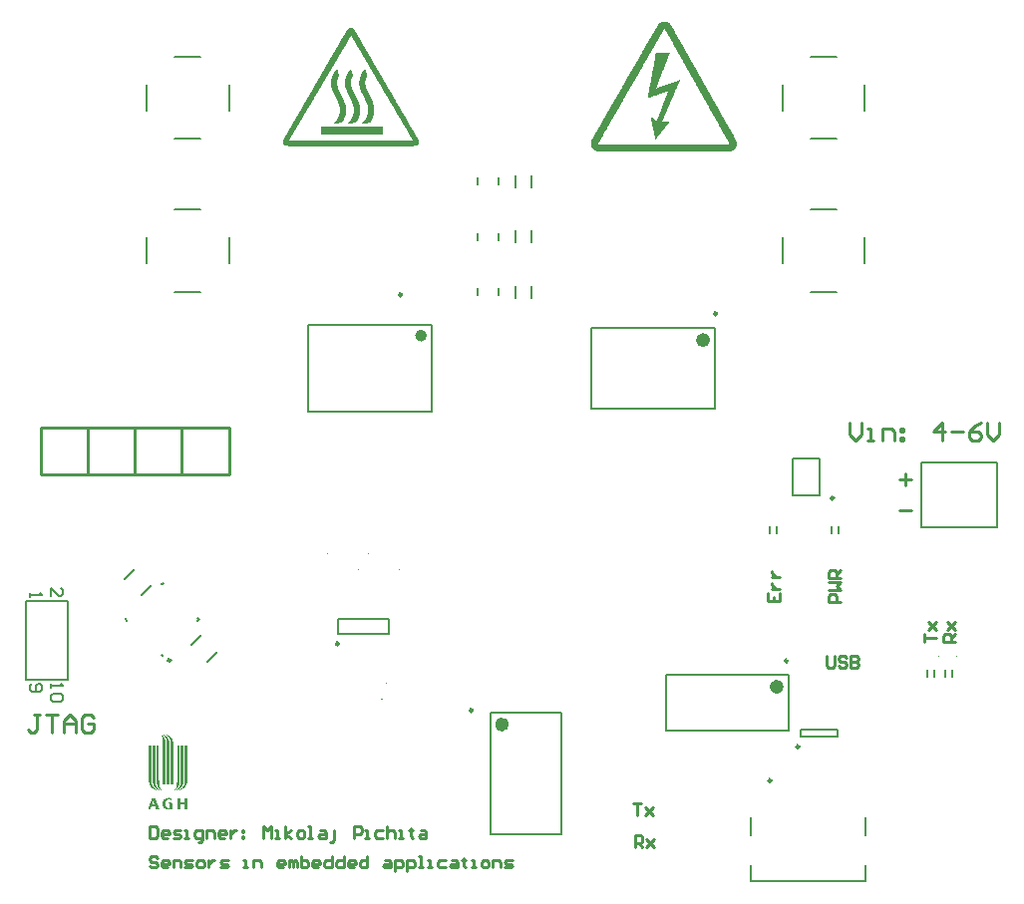
<source format=gto>
G04*
G04 #@! TF.GenerationSoftware,Altium Limited,Altium Designer,24.2.2 (26)*
G04*
G04 Layer_Color=65535*
%FSLAX44Y44*%
%MOMM*%
G71*
G04*
G04 #@! TF.SameCoordinates,6A8CA8D3-F6E6-494B-9A6B-4A02BC4B17F5*
G04*
G04*
G04 #@! TF.FilePolarity,Positive*
G04*
G01*
G75*
%ADD10C,0.2500*%
%ADD11C,0.1000*%
%ADD12C,0.5000*%
%ADD13C,0.6000*%
%ADD14C,0.2000*%
%ADD15C,0.2540*%
%ADD16C,0.1524*%
G36*
X894357Y1199059D02*
X894772D01*
Y1198852D01*
X895186D01*
Y1198644D01*
X895394D01*
Y1198437D01*
X895808D01*
Y1198230D01*
X896015D01*
Y1198023D01*
X896222D01*
Y1197608D01*
X896430D01*
Y1197401D01*
X896637D01*
Y1197194D01*
X896844D01*
Y1196779D01*
X897051D01*
Y1196365D01*
X897259D01*
Y1195951D01*
X897466D01*
Y1195743D01*
X897673D01*
Y1195329D01*
X897880D01*
Y1194914D01*
X898087D01*
Y1194707D01*
X898295D01*
Y1194293D01*
X898502D01*
Y1193878D01*
X898709D01*
Y1193464D01*
X898916D01*
Y1193257D01*
X899124D01*
Y1192842D01*
X899331D01*
Y1192428D01*
X899538D01*
Y1192221D01*
X899745D01*
Y1191806D01*
X899952D01*
Y1191392D01*
X900160D01*
Y1190977D01*
X900367D01*
Y1190770D01*
X900574D01*
Y1190356D01*
X900781D01*
Y1189941D01*
X900989D01*
Y1189734D01*
X901196D01*
Y1189319D01*
X901403D01*
Y1188905D01*
X901610D01*
Y1188491D01*
X901817D01*
Y1188283D01*
X902025D01*
Y1187869D01*
X902232D01*
Y1187454D01*
X902439D01*
Y1187040D01*
X902646D01*
Y1186833D01*
X902854D01*
Y1186418D01*
X903061D01*
Y1186004D01*
X903268D01*
Y1185797D01*
X903475D01*
Y1185382D01*
X903682D01*
Y1184968D01*
X903890D01*
Y1184553D01*
X904097D01*
Y1184346D01*
X904304D01*
Y1183932D01*
X904511D01*
Y1183517D01*
X904719D01*
Y1183310D01*
X904926D01*
Y1182895D01*
X905133D01*
Y1182481D01*
X905340D01*
Y1182066D01*
X905547D01*
Y1181859D01*
X905755D01*
Y1181445D01*
X905962D01*
Y1181030D01*
X906169D01*
Y1180823D01*
X906376D01*
Y1180409D01*
X906584D01*
Y1179994D01*
X906791D01*
Y1179580D01*
X906998D01*
Y1179373D01*
X907205D01*
Y1178958D01*
X907412D01*
Y1178544D01*
X907620D01*
Y1178129D01*
X907827D01*
Y1177922D01*
X908034D01*
Y1177508D01*
X908241D01*
Y1177093D01*
X908449D01*
Y1176886D01*
X908656D01*
Y1176471D01*
X908863D01*
Y1176057D01*
X909070D01*
Y1175643D01*
X909278D01*
Y1175435D01*
X909485D01*
Y1175021D01*
X909692D01*
Y1174606D01*
X909899D01*
Y1174399D01*
X910107D01*
Y1173985D01*
X910314D01*
Y1173570D01*
X910521D01*
Y1173156D01*
X910728D01*
Y1172949D01*
X910935D01*
Y1172534D01*
X911143D01*
Y1172120D01*
X911350D01*
Y1171913D01*
X911557D01*
Y1171498D01*
X911764D01*
Y1171084D01*
X911972D01*
Y1170669D01*
X912179D01*
Y1170462D01*
X912386D01*
Y1170048D01*
X912593D01*
Y1169633D01*
X912800D01*
Y1169219D01*
X913008D01*
Y1169011D01*
X913215D01*
Y1168597D01*
X913422D01*
Y1168183D01*
X913629D01*
Y1167975D01*
X913837D01*
Y1167561D01*
X914044D01*
Y1167146D01*
X914251D01*
Y1166732D01*
X914458D01*
Y1166525D01*
X914665D01*
Y1166110D01*
X914873D01*
Y1165696D01*
X915080D01*
Y1165489D01*
X915287D01*
Y1165074D01*
X915494D01*
Y1164660D01*
X915702D01*
Y1164245D01*
X915909D01*
Y1164038D01*
X916116D01*
Y1163624D01*
X916323D01*
Y1163209D01*
X916530D01*
Y1163002D01*
X916738D01*
Y1162587D01*
X916945D01*
Y1162173D01*
X917152D01*
Y1161759D01*
X917359D01*
Y1161551D01*
X917567D01*
Y1161137D01*
X917774D01*
Y1160722D01*
X917981D01*
Y1160308D01*
X918188D01*
Y1160101D01*
X918395D01*
Y1159686D01*
X918603D01*
Y1159272D01*
X918810D01*
Y1159065D01*
X919017D01*
Y1158650D01*
X919224D01*
Y1158236D01*
X919432D01*
Y1157821D01*
X919639D01*
Y1157614D01*
X919846D01*
Y1157200D01*
X920053D01*
Y1156785D01*
X920260D01*
Y1156578D01*
X920468D01*
Y1156163D01*
X920675D01*
Y1155749D01*
X920882D01*
Y1155335D01*
X921089D01*
Y1155127D01*
X921297D01*
Y1154713D01*
X921504D01*
Y1154298D01*
X921711D01*
Y1154091D01*
X921918D01*
Y1153677D01*
X922125D01*
Y1153262D01*
X922333D01*
Y1152848D01*
X922540D01*
Y1152641D01*
X922747D01*
Y1152226D01*
X922954D01*
Y1151812D01*
X923162D01*
Y1151397D01*
X923369D01*
Y1151190D01*
X923576D01*
Y1150776D01*
X923783D01*
Y1150361D01*
X923990D01*
Y1150154D01*
X924198D01*
Y1149740D01*
X924405D01*
Y1149325D01*
X924612D01*
Y1148911D01*
X924819D01*
Y1148703D01*
X925027D01*
Y1148289D01*
X925234D01*
Y1147875D01*
X925441D01*
Y1147667D01*
X925648D01*
Y1147253D01*
X925855D01*
Y1146838D01*
X926063D01*
Y1146424D01*
X926270D01*
Y1146217D01*
X926477D01*
Y1145802D01*
X926684D01*
Y1145388D01*
X926892D01*
Y1144973D01*
X927099D01*
Y1144766D01*
X927306D01*
Y1144352D01*
X927513D01*
Y1143937D01*
X927720D01*
Y1143730D01*
X927928D01*
Y1143316D01*
X928135D01*
Y1142901D01*
X928342D01*
Y1142487D01*
X928549D01*
Y1142280D01*
X928757D01*
Y1141865D01*
X928964D01*
Y1141451D01*
X929171D01*
Y1141243D01*
X929378D01*
Y1140829D01*
X929585D01*
Y1140415D01*
X929793D01*
Y1140000D01*
X930000D01*
Y1139793D01*
X930207D01*
Y1139378D01*
X930414D01*
Y1138964D01*
X930622D01*
Y1138757D01*
X930829D01*
Y1138342D01*
X931036D01*
Y1137928D01*
X931243D01*
Y1137513D01*
X931451D01*
Y1137306D01*
X931658D01*
Y1136892D01*
X931865D01*
Y1136477D01*
X932072D01*
Y1136063D01*
X932280D01*
Y1135855D01*
X932487D01*
Y1135441D01*
X932694D01*
Y1135027D01*
X932901D01*
Y1134819D01*
X933108D01*
Y1134405D01*
X933316D01*
Y1133990D01*
X933523D01*
Y1133576D01*
X933730D01*
Y1133369D01*
X933937D01*
Y1132954D01*
X934145D01*
Y1132540D01*
X934352D01*
Y1132333D01*
X934559D01*
Y1131918D01*
X934766D01*
Y1131504D01*
X934973D01*
Y1131089D01*
X935181D01*
Y1130882D01*
X935388D01*
Y1130468D01*
X935595D01*
Y1130053D01*
X935802D01*
Y1129846D01*
X936010D01*
Y1129432D01*
X936217D01*
Y1129017D01*
X936424D01*
Y1128603D01*
X936631D01*
Y1128395D01*
X936838D01*
Y1127981D01*
X937046D01*
Y1127567D01*
X937253D01*
Y1127152D01*
X937460D01*
Y1126945D01*
X937667D01*
Y1126530D01*
X937875D01*
Y1126116D01*
X938082D01*
Y1125909D01*
X938289D01*
Y1125494D01*
X938496D01*
Y1125080D01*
X938703D01*
Y1124665D01*
X938911D01*
Y1124458D01*
X939118D01*
Y1124044D01*
X939325D01*
Y1123629D01*
X939532D01*
Y1123422D01*
X939740D01*
Y1123008D01*
X939947D01*
Y1122593D01*
X940154D01*
Y1122179D01*
X940361D01*
Y1121972D01*
X940568D01*
Y1121557D01*
X940776D01*
Y1121143D01*
X940983D01*
Y1120935D01*
X941190D01*
Y1120521D01*
X941397D01*
Y1120107D01*
X941605D01*
Y1119692D01*
X941812D01*
Y1119485D01*
X942019D01*
Y1119070D01*
X942226D01*
Y1118656D01*
X942433D01*
Y1118242D01*
X942641D01*
Y1118034D01*
X942848D01*
Y1117620D01*
X943055D01*
Y1117205D01*
X943262D01*
Y1116998D01*
X943470D01*
Y1116584D01*
X943677D01*
Y1116169D01*
X943884D01*
Y1115755D01*
X944091D01*
Y1115547D01*
X944298D01*
Y1115133D01*
X944506D01*
Y1114719D01*
X944713D01*
Y1114511D01*
X944920D01*
Y1114097D01*
X945127D01*
Y1113682D01*
X945335D01*
Y1113268D01*
X945542D01*
Y1113061D01*
X945749D01*
Y1112646D01*
X945956D01*
Y1112232D01*
X946163D01*
Y1112025D01*
X946371D01*
Y1111610D01*
X946578D01*
Y1111196D01*
X946785D01*
Y1110781D01*
X946992D01*
Y1110574D01*
X947200D01*
Y1110160D01*
X947407D01*
Y1109745D01*
X947614D01*
Y1109331D01*
X947821D01*
Y1109124D01*
X948028D01*
Y1108709D01*
X948236D01*
Y1108295D01*
X948443D01*
Y1108087D01*
X948650D01*
Y1107673D01*
X948857D01*
Y1107259D01*
X949065D01*
Y1106844D01*
X949272D01*
Y1106637D01*
X949479D01*
Y1106222D01*
X949686D01*
Y1105808D01*
X949893D01*
Y1105601D01*
X950101D01*
Y1105186D01*
X950308D01*
Y1104772D01*
X950515D01*
Y1104357D01*
X950722D01*
Y1104150D01*
X950930D01*
Y1103529D01*
X951137D01*
Y1102700D01*
X951344D01*
Y1101664D01*
X951137D01*
Y1101042D01*
X950930D01*
Y1100627D01*
X950722D01*
Y1100420D01*
X950515D01*
Y1100006D01*
X950101D01*
Y1099799D01*
X949893D01*
Y1099591D01*
X949686D01*
Y1099384D01*
X949065D01*
Y1099177D01*
X948650D01*
Y1098970D01*
X946992D01*
Y1098762D01*
X840479D01*
Y1098970D01*
X838614D01*
Y1099177D01*
X837992D01*
Y1099384D01*
X837578D01*
Y1099591D01*
X837163D01*
Y1099799D01*
X836956D01*
Y1100006D01*
X836749D01*
Y1100213D01*
X836542D01*
Y1100420D01*
X836335D01*
Y1100627D01*
X836127D01*
Y1101042D01*
X835920D01*
Y1101664D01*
X835713D01*
Y1102907D01*
X835920D01*
Y1103736D01*
X836127D01*
Y1104150D01*
X836335D01*
Y1104565D01*
X836542D01*
Y1104979D01*
X836749D01*
Y1105394D01*
X836956D01*
Y1105601D01*
X837163D01*
Y1106015D01*
X837371D01*
Y1106430D01*
X837578D01*
Y1106844D01*
X837785D01*
Y1107051D01*
X837992D01*
Y1107466D01*
X838200D01*
Y1107880D01*
X838407D01*
Y1108295D01*
X838614D01*
Y1108502D01*
X838821D01*
Y1108916D01*
X839028D01*
Y1109331D01*
X839236D01*
Y1109538D01*
X839443D01*
Y1109952D01*
X839650D01*
Y1110367D01*
X839857D01*
Y1110781D01*
X840065D01*
Y1110989D01*
X840272D01*
Y1111403D01*
X840479D01*
Y1111817D01*
X840686D01*
Y1112232D01*
X840893D01*
Y1112439D01*
X841101D01*
Y1112854D01*
X841308D01*
Y1113268D01*
X841515D01*
Y1113475D01*
X841722D01*
Y1113890D01*
X841930D01*
Y1114304D01*
X842137D01*
Y1114719D01*
X842344D01*
Y1114926D01*
X842551D01*
Y1115340D01*
X842759D01*
Y1115755D01*
X842966D01*
Y1116169D01*
X843173D01*
Y1116376D01*
X843380D01*
Y1116791D01*
X843587D01*
Y1117205D01*
X843795D01*
Y1117412D01*
X844002D01*
Y1117827D01*
X844209D01*
Y1118242D01*
X844416D01*
Y1118656D01*
X844624D01*
Y1118863D01*
X844831D01*
Y1119278D01*
X845038D01*
Y1119692D01*
X845245D01*
Y1120107D01*
X845452D01*
Y1120314D01*
X845660D01*
Y1120728D01*
X845867D01*
Y1120935D01*
Y1121143D01*
X846074D01*
Y1121350D01*
X846281D01*
Y1121764D01*
X846489D01*
Y1122179D01*
X846696D01*
Y1122593D01*
X846903D01*
Y1122800D01*
X847110D01*
Y1123215D01*
X847318D01*
Y1123629D01*
X847525D01*
Y1124044D01*
X847732D01*
Y1124251D01*
X847939D01*
Y1124665D01*
X848146D01*
Y1125080D01*
X848354D01*
Y1125287D01*
X848561D01*
Y1125702D01*
X848768D01*
Y1126116D01*
X848975D01*
Y1126530D01*
X849183D01*
Y1126738D01*
X849390D01*
Y1127152D01*
X849597D01*
Y1127567D01*
X849804D01*
Y1127981D01*
X850011D01*
Y1128188D01*
X850219D01*
Y1128603D01*
X850426D01*
Y1129017D01*
X850633D01*
Y1129224D01*
X850840D01*
Y1129639D01*
X851048D01*
Y1130053D01*
X851255D01*
Y1130468D01*
X851462D01*
Y1130675D01*
X851669D01*
Y1131089D01*
X851876D01*
Y1131504D01*
X852084D01*
Y1131918D01*
X852291D01*
Y1132125D01*
X852498D01*
Y1132540D01*
X852705D01*
Y1132954D01*
X852913D01*
Y1133162D01*
X853120D01*
Y1133576D01*
X853327D01*
Y1133990D01*
X853534D01*
Y1134405D01*
X853741D01*
Y1134612D01*
X853949D01*
Y1135027D01*
X854156D01*
Y1135441D01*
X854363D01*
Y1135855D01*
X854570D01*
Y1136063D01*
X854778D01*
Y1136477D01*
X854985D01*
Y1136892D01*
X855192D01*
Y1137099D01*
X855399D01*
Y1137513D01*
X855607D01*
Y1137928D01*
X855814D01*
Y1138342D01*
X856021D01*
Y1138549D01*
X856228D01*
Y1138964D01*
X856435D01*
Y1139378D01*
X856643D01*
Y1139793D01*
X856850D01*
Y1140000D01*
X857057D01*
Y1140415D01*
X857264D01*
Y1140829D01*
X857471D01*
Y1141036D01*
X857679D01*
Y1141451D01*
X857886D01*
Y1141865D01*
X858093D01*
Y1142280D01*
X858300D01*
Y1142487D01*
X858508D01*
Y1142901D01*
X858715D01*
Y1143316D01*
X858922D01*
Y1143730D01*
X859129D01*
Y1143937D01*
X859336D01*
Y1144352D01*
X859544D01*
Y1144766D01*
X859751D01*
Y1144973D01*
X859958D01*
Y1145388D01*
X860165D01*
Y1145802D01*
X860373D01*
Y1146217D01*
X860580D01*
Y1146424D01*
X860787D01*
Y1146838D01*
X860994D01*
Y1147253D01*
X861201D01*
Y1147667D01*
X861409D01*
Y1147875D01*
X861616D01*
Y1148289D01*
X861823D01*
Y1148703D01*
X862030D01*
Y1148911D01*
X862238D01*
Y1149325D01*
X862445D01*
Y1149740D01*
X862652D01*
Y1150154D01*
X862859D01*
Y1150361D01*
X863066D01*
Y1150776D01*
X863274D01*
Y1151190D01*
X863481D01*
Y1151605D01*
X863688D01*
Y1151812D01*
X863895D01*
Y1152226D01*
X864103D01*
Y1152641D01*
X864310D01*
Y1152848D01*
X864517D01*
Y1153262D01*
X864724D01*
Y1153677D01*
X864932D01*
Y1154091D01*
X865139D01*
Y1154298D01*
X865346D01*
Y1154713D01*
X865553D01*
Y1155127D01*
X865760D01*
Y1155542D01*
X865968D01*
Y1155749D01*
X866175D01*
Y1156163D01*
X866382D01*
Y1156578D01*
X866589D01*
Y1156785D01*
X866797D01*
Y1157200D01*
X867004D01*
Y1157614D01*
X867211D01*
Y1158028D01*
X867418D01*
Y1158236D01*
X867626D01*
Y1158650D01*
X867833D01*
Y1159065D01*
X868040D01*
Y1159479D01*
X868247D01*
Y1159686D01*
X868454D01*
Y1160101D01*
X868662D01*
Y1160515D01*
X868869D01*
Y1160722D01*
X869076D01*
Y1161137D01*
X869283D01*
Y1161551D01*
X869491D01*
Y1161966D01*
X869698D01*
Y1162173D01*
X869905D01*
Y1162587D01*
X870112D01*
Y1163002D01*
X870319D01*
Y1163416D01*
X870527D01*
Y1163624D01*
X870734D01*
Y1164038D01*
X870941D01*
Y1164453D01*
X871148D01*
Y1164660D01*
X871356D01*
Y1165074D01*
X871563D01*
Y1165489D01*
X871770D01*
Y1165903D01*
X871977D01*
Y1166110D01*
X872184D01*
Y1166525D01*
X872392D01*
Y1166939D01*
X872599D01*
Y1167354D01*
X872806D01*
Y1167561D01*
X873013D01*
Y1167975D01*
X873221D01*
Y1168390D01*
X873428D01*
Y1168597D01*
X873635D01*
Y1169011D01*
X873842D01*
Y1169426D01*
X874049D01*
Y1169840D01*
X874257D01*
Y1170048D01*
X874464D01*
Y1170462D01*
X874671D01*
Y1170876D01*
X874878D01*
Y1171291D01*
X875086D01*
Y1171498D01*
X875293D01*
Y1171913D01*
X875500D01*
Y1172327D01*
X875707D01*
Y1172534D01*
X875915D01*
Y1172949D01*
X876122D01*
Y1173363D01*
X876329D01*
Y1173778D01*
X876536D01*
Y1173985D01*
X876743D01*
Y1174399D01*
X876951D01*
Y1174814D01*
X877158D01*
Y1175228D01*
X877365D01*
Y1175435D01*
X877572D01*
Y1175850D01*
X877779D01*
Y1176264D01*
X877987D01*
Y1176471D01*
X878194D01*
Y1176886D01*
X878401D01*
Y1177300D01*
X878608D01*
Y1177715D01*
X878816D01*
Y1177922D01*
X879023D01*
Y1178336D01*
X879230D01*
Y1178751D01*
X879437D01*
Y1179165D01*
X879644D01*
Y1179373D01*
X879852D01*
Y1179787D01*
X880059D01*
Y1180201D01*
X880266D01*
Y1180409D01*
X880473D01*
Y1180823D01*
X880681D01*
Y1181238D01*
X880888D01*
Y1181652D01*
X881095D01*
Y1181859D01*
X881302D01*
Y1182274D01*
X881509D01*
Y1182688D01*
X881717D01*
Y1183103D01*
X881924D01*
Y1183310D01*
X882131D01*
Y1183724D01*
X882338D01*
Y1184139D01*
X882546D01*
Y1184346D01*
X882753D01*
Y1184760D01*
X882960D01*
Y1185175D01*
X883167D01*
Y1185589D01*
X883374D01*
Y1185797D01*
X883582D01*
Y1186211D01*
X883789D01*
Y1186626D01*
X883996D01*
Y1187040D01*
X884203D01*
Y1187247D01*
X884411D01*
Y1187662D01*
X884618D01*
Y1188076D01*
X884825D01*
Y1188491D01*
X885032D01*
Y1188698D01*
X885240D01*
Y1189112D01*
X885447D01*
Y1189527D01*
X885654D01*
Y1189734D01*
X885861D01*
Y1190148D01*
X886068D01*
Y1190563D01*
X886276D01*
Y1190977D01*
X886483D01*
Y1191184D01*
X886690D01*
Y1191599D01*
X886897D01*
Y1192013D01*
X887105D01*
Y1192428D01*
X887312D01*
Y1192635D01*
X887519D01*
Y1193049D01*
X887726D01*
Y1193464D01*
X887934D01*
Y1193671D01*
X888141D01*
Y1194085D01*
X888348D01*
Y1194500D01*
X888555D01*
Y1194914D01*
X888762D01*
Y1195122D01*
X888970D01*
Y1195536D01*
X889177D01*
Y1195951D01*
X889384D01*
Y1196365D01*
X889591D01*
Y1196572D01*
X889799D01*
Y1196987D01*
X890006D01*
Y1197401D01*
X890213D01*
Y1197608D01*
X890420D01*
Y1197816D01*
X890627D01*
Y1198230D01*
X890835D01*
Y1198437D01*
X891249D01*
Y1198644D01*
X891456D01*
Y1198852D01*
X891871D01*
Y1199059D01*
X892285D01*
Y1199266D01*
X894357D01*
Y1199059D01*
D02*
G37*
G36*
X1161255Y1204260D02*
X1162200D01*
Y1203945D01*
X1162830D01*
Y1203630D01*
X1163460D01*
Y1203315D01*
X1163775D01*
Y1203000D01*
X1164090D01*
Y1202685D01*
X1164405D01*
Y1202370D01*
X1164720D01*
Y1202055D01*
X1165035D01*
Y1201740D01*
X1165350D01*
Y1201425D01*
X1165665D01*
Y1200795D01*
X1165980D01*
Y1200165D01*
X1166295D01*
Y1199535D01*
X1166610D01*
Y1199220D01*
X1166925D01*
Y1198590D01*
X1167240D01*
Y1197960D01*
X1167555D01*
Y1197330D01*
X1167870D01*
Y1197015D01*
X1168185D01*
Y1196385D01*
X1168500D01*
Y1195755D01*
X1168815D01*
Y1195125D01*
X1169130D01*
Y1194495D01*
X1169445D01*
Y1194180D01*
X1169760D01*
Y1193550D01*
X1170075D01*
Y1192920D01*
X1170390D01*
Y1192290D01*
X1170705D01*
Y1191975D01*
X1171020D01*
Y1191345D01*
X1171335D01*
Y1190715D01*
X1171650D01*
Y1190085D01*
X1171965D01*
Y1189770D01*
X1172280D01*
Y1189140D01*
X1172595D01*
Y1188510D01*
X1172910D01*
Y1187880D01*
X1173225D01*
Y1187250D01*
X1173540D01*
Y1186935D01*
X1173855D01*
Y1186305D01*
X1174170D01*
Y1185675D01*
X1174485D01*
Y1185045D01*
X1174800D01*
Y1184730D01*
X1175115D01*
Y1184100D01*
X1175430D01*
Y1183470D01*
X1175745D01*
Y1182840D01*
X1176060D01*
Y1182210D01*
X1176375D01*
Y1181895D01*
X1176690D01*
Y1181265D01*
X1177005D01*
Y1180635D01*
X1177320D01*
Y1180005D01*
X1177635D01*
Y1179690D01*
X1177950D01*
Y1179060D01*
X1178265D01*
Y1178430D01*
X1178580D01*
Y1177800D01*
X1178895D01*
Y1177485D01*
X1179210D01*
Y1176855D01*
X1179525D01*
Y1176225D01*
X1179840D01*
Y1175595D01*
X1180155D01*
Y1174965D01*
X1180470D01*
Y1174650D01*
X1180785D01*
Y1174020D01*
X1181100D01*
Y1173390D01*
X1181415D01*
Y1172760D01*
X1181730D01*
Y1172445D01*
X1182045D01*
Y1171815D01*
X1182360D01*
Y1171185D01*
X1182675D01*
Y1170555D01*
X1182990D01*
Y1169925D01*
X1183305D01*
Y1169610D01*
X1183620D01*
Y1168980D01*
X1183935D01*
Y1168350D01*
X1184250D01*
Y1167720D01*
X1184565D01*
Y1167405D01*
X1184880D01*
Y1166775D01*
X1185195D01*
Y1166145D01*
X1185510D01*
Y1165515D01*
X1185825D01*
Y1165200D01*
X1186140D01*
Y1164570D01*
X1186455D01*
Y1163940D01*
X1186770D01*
Y1163310D01*
X1187085D01*
Y1162680D01*
X1187400D01*
Y1162365D01*
X1187715D01*
Y1161735D01*
X1188030D01*
Y1161105D01*
X1188345D01*
Y1160475D01*
X1188660D01*
Y1160160D01*
X1188975D01*
Y1159530D01*
X1189290D01*
Y1158900D01*
X1189605D01*
Y1158270D01*
X1189920D01*
Y1157640D01*
X1190235D01*
Y1157325D01*
X1190550D01*
Y1156695D01*
X1190865D01*
Y1156065D01*
X1191180D01*
Y1155435D01*
X1191495D01*
Y1155120D01*
X1191810D01*
Y1154490D01*
X1192125D01*
Y1153860D01*
X1192440D01*
Y1153230D01*
X1192755D01*
Y1152915D01*
X1193070D01*
Y1152285D01*
X1193385D01*
Y1151655D01*
X1193700D01*
Y1151025D01*
X1194015D01*
Y1150395D01*
X1194330D01*
Y1150080D01*
X1194645D01*
Y1149450D01*
X1194960D01*
Y1148820D01*
X1195275D01*
Y1148190D01*
X1195590D01*
Y1147875D01*
X1195905D01*
Y1147245D01*
X1196220D01*
Y1146615D01*
X1196535D01*
Y1145985D01*
X1196850D01*
Y1145355D01*
X1197165D01*
Y1145040D01*
X1197480D01*
Y1144410D01*
X1197795D01*
Y1143780D01*
X1198110D01*
Y1143150D01*
X1198425D01*
Y1142835D01*
X1198740D01*
Y1142205D01*
X1199055D01*
Y1141575D01*
X1199370D01*
Y1140945D01*
X1199685D01*
Y1140630D01*
X1200000D01*
Y1140000D01*
X1200315D01*
Y1139370D01*
X1200630D01*
Y1138740D01*
X1200945D01*
Y1138110D01*
X1201260D01*
Y1137795D01*
X1201575D01*
Y1137165D01*
X1201890D01*
Y1136535D01*
X1202205D01*
Y1135905D01*
X1202520D01*
Y1135590D01*
X1202835D01*
Y1134960D01*
X1203150D01*
Y1134330D01*
X1203465D01*
Y1133700D01*
X1203780D01*
Y1133070D01*
X1204095D01*
Y1132755D01*
X1204410D01*
Y1132125D01*
X1204725D01*
Y1131495D01*
X1205040D01*
Y1130865D01*
X1205355D01*
Y1130550D01*
X1205670D01*
Y1129920D01*
X1205985D01*
Y1129290D01*
X1206300D01*
Y1128975D01*
X1206615D01*
Y1128345D01*
X1206930D01*
Y1127715D01*
X1207245D01*
Y1127085D01*
X1207560D01*
Y1126455D01*
X1207875D01*
Y1125825D01*
X1208190D01*
Y1125510D01*
X1208505D01*
Y1124880D01*
X1208820D01*
Y1124250D01*
X1209135D01*
Y1123620D01*
X1209450D01*
Y1123305D01*
X1209765D01*
Y1122675D01*
X1210080D01*
Y1122045D01*
X1210395D01*
Y1121415D01*
X1210710D01*
Y1121100D01*
X1211025D01*
Y1120470D01*
X1211340D01*
Y1119840D01*
X1211655D01*
Y1119210D01*
X1211970D01*
Y1118895D01*
X1212285D01*
Y1118265D01*
X1212600D01*
Y1117635D01*
X1212915D01*
Y1117005D01*
X1213230D01*
Y1116375D01*
X1213545D01*
Y1116060D01*
X1213860D01*
Y1115430D01*
X1214175D01*
Y1114800D01*
X1214490D01*
Y1114170D01*
X1214805D01*
Y1113540D01*
X1215120D01*
Y1113225D01*
X1215435D01*
Y1112595D01*
X1215750D01*
Y1111965D01*
X1216065D01*
Y1111335D01*
X1216380D01*
Y1111020D01*
X1216695D01*
Y1110390D01*
X1217010D01*
Y1109760D01*
X1217325D01*
Y1109130D01*
X1217640D01*
Y1108815D01*
X1217955D01*
Y1108185D01*
X1218270D01*
Y1107555D01*
X1218585D01*
Y1106925D01*
X1218900D01*
Y1106295D01*
X1219215D01*
Y1105980D01*
X1219530D01*
Y1105350D01*
X1219845D01*
Y1104720D01*
X1220160D01*
Y1104090D01*
X1220475D01*
Y1103460D01*
X1220790D01*
Y1102515D01*
X1221105D01*
Y1098735D01*
X1220790D01*
Y1098105D01*
X1220475D01*
Y1097475D01*
X1220160D01*
Y1096845D01*
X1219845D01*
Y1096530D01*
X1219530D01*
Y1096215D01*
X1219215D01*
Y1095900D01*
X1218900D01*
Y1095585D01*
X1218585D01*
Y1095270D01*
X1217955D01*
Y1094955D01*
X1217325D01*
Y1094640D01*
X1216695D01*
Y1094325D01*
X1215435D01*
Y1094010D01*
X1102980D01*
Y1094325D01*
X1101720D01*
Y1094640D01*
X1101090D01*
Y1094955D01*
X1100460D01*
Y1095270D01*
X1099830D01*
Y1095585D01*
X1099515D01*
Y1095900D01*
X1099200D01*
Y1096215D01*
X1098885D01*
Y1096530D01*
X1098570D01*
Y1096845D01*
X1098255D01*
Y1097475D01*
X1097940D01*
Y1098105D01*
X1097625D01*
Y1098735D01*
X1097310D01*
Y1102515D01*
X1097625D01*
Y1103460D01*
X1097940D01*
Y1104090D01*
X1098255D01*
Y1104720D01*
X1098570D01*
Y1105350D01*
X1098885D01*
Y1105665D01*
X1099200D01*
Y1106295D01*
X1099515D01*
Y1106925D01*
X1099830D01*
Y1107555D01*
X1100145D01*
Y1107870D01*
X1100460D01*
Y1108500D01*
X1100775D01*
Y1109130D01*
X1101090D01*
Y1109760D01*
X1101405D01*
Y1110075D01*
X1101720D01*
Y1110705D01*
X1102035D01*
Y1111335D01*
X1102350D01*
Y1111965D01*
X1102665D01*
Y1112280D01*
X1102980D01*
Y1112910D01*
X1103295D01*
Y1113540D01*
X1103610D01*
Y1114170D01*
X1103925D01*
Y1114485D01*
X1104240D01*
Y1115115D01*
X1104555D01*
Y1115745D01*
X1104870D01*
Y1116060D01*
X1105185D01*
Y1116690D01*
X1105500D01*
Y1117320D01*
X1105815D01*
Y1117950D01*
X1106130D01*
Y1118265D01*
X1106445D01*
Y1118895D01*
X1106760D01*
Y1119525D01*
X1107075D01*
Y1120155D01*
X1107390D01*
Y1120470D01*
X1107705D01*
Y1121100D01*
X1108020D01*
Y1121730D01*
X1108335D01*
Y1122360D01*
X1108650D01*
Y1122675D01*
X1108965D01*
Y1123305D01*
X1109280D01*
Y1123935D01*
X1109595D01*
Y1124565D01*
X1109910D01*
Y1124880D01*
X1110225D01*
Y1125510D01*
X1110540D01*
Y1126140D01*
X1110855D01*
Y1126770D01*
X1111170D01*
Y1127085D01*
X1111485D01*
Y1127715D01*
X1111800D01*
Y1128345D01*
X1112115D01*
Y1128660D01*
X1112430D01*
Y1129290D01*
X1112745D01*
Y1129920D01*
X1113060D01*
Y1130550D01*
X1113375D01*
Y1130865D01*
X1113690D01*
Y1131495D01*
X1114005D01*
Y1132125D01*
X1114320D01*
Y1132755D01*
X1114635D01*
Y1133070D01*
X1114950D01*
Y1133700D01*
X1115265D01*
Y1134330D01*
X1115580D01*
Y1134960D01*
X1115895D01*
Y1135275D01*
X1116210D01*
Y1135905D01*
X1116525D01*
Y1136535D01*
X1116840D01*
Y1137165D01*
X1117155D01*
Y1137480D01*
X1117470D01*
Y1138110D01*
X1117785D01*
Y1138740D01*
X1118100D01*
Y1139370D01*
X1118415D01*
Y1139685D01*
X1118730D01*
Y1140315D01*
X1119045D01*
Y1140945D01*
X1119360D01*
Y1141575D01*
X1119675D01*
Y1141890D01*
X1119990D01*
Y1142520D01*
X1120305D01*
Y1143150D01*
X1120620D01*
Y1143465D01*
X1120935D01*
Y1144095D01*
X1121250D01*
Y1144725D01*
X1121565D01*
Y1145355D01*
X1121880D01*
Y1145670D01*
X1122195D01*
Y1146300D01*
X1122510D01*
Y1146930D01*
X1122825D01*
Y1147560D01*
X1123140D01*
Y1147875D01*
X1123455D01*
Y1148505D01*
X1123770D01*
Y1149135D01*
X1124085D01*
Y1149765D01*
X1124400D01*
Y1150080D01*
X1124715D01*
Y1150710D01*
X1125030D01*
Y1151340D01*
X1125345D01*
Y1151970D01*
X1125660D01*
Y1152285D01*
X1125975D01*
Y1152915D01*
X1126290D01*
Y1153545D01*
X1126605D01*
Y1154175D01*
X1126920D01*
Y1154490D01*
X1127235D01*
Y1155120D01*
X1127550D01*
Y1155750D01*
X1127865D01*
Y1156380D01*
X1128180D01*
Y1156695D01*
X1128495D01*
Y1157325D01*
X1128810D01*
Y1157955D01*
X1129125D01*
Y1158270D01*
X1129440D01*
Y1158900D01*
X1129755D01*
Y1159530D01*
X1130070D01*
Y1160160D01*
X1130385D01*
Y1160475D01*
X1130700D01*
Y1161105D01*
X1131015D01*
Y1161735D01*
X1131330D01*
Y1162365D01*
X1131645D01*
Y1162680D01*
X1131960D01*
Y1163310D01*
X1132275D01*
Y1163940D01*
X1132590D01*
Y1164570D01*
X1132905D01*
Y1164885D01*
X1133220D01*
Y1165515D01*
X1133535D01*
Y1166145D01*
X1133850D01*
Y1166775D01*
X1134165D01*
Y1167090D01*
X1134480D01*
Y1167720D01*
X1134795D01*
Y1168350D01*
X1135110D01*
Y1168980D01*
X1135425D01*
Y1169295D01*
X1135740D01*
Y1169925D01*
X1136055D01*
Y1170555D01*
X1136370D01*
Y1171185D01*
X1136685D01*
Y1171500D01*
X1137000D01*
Y1172130D01*
X1137315D01*
Y1172760D01*
X1137630D01*
Y1173075D01*
X1137945D01*
Y1173705D01*
X1138260D01*
Y1174335D01*
X1138575D01*
Y1174965D01*
X1138890D01*
Y1175280D01*
X1139205D01*
Y1175910D01*
X1139520D01*
Y1176540D01*
X1139835D01*
Y1177170D01*
X1140150D01*
Y1177485D01*
X1140465D01*
Y1178115D01*
X1140780D01*
Y1178745D01*
X1141095D01*
Y1179375D01*
X1141410D01*
Y1179690D01*
X1141725D01*
Y1180320D01*
X1142040D01*
Y1180950D01*
X1142355D01*
Y1181580D01*
X1142670D01*
Y1181895D01*
X1142985D01*
Y1182525D01*
X1143300D01*
Y1183155D01*
X1143615D01*
Y1183785D01*
X1143930D01*
Y1184100D01*
X1144245D01*
Y1184730D01*
X1144560D01*
Y1185360D01*
X1144875D01*
Y1185990D01*
X1145190D01*
Y1186305D01*
X1145505D01*
Y1186935D01*
X1145820D01*
Y1187565D01*
X1146135D01*
Y1187880D01*
X1146450D01*
Y1188510D01*
X1146765D01*
Y1189140D01*
X1147080D01*
Y1189770D01*
X1147395D01*
Y1190085D01*
X1147710D01*
Y1190715D01*
X1148025D01*
Y1191345D01*
X1148340D01*
Y1191975D01*
X1148655D01*
Y1192290D01*
X1148970D01*
Y1192920D01*
X1149285D01*
Y1193550D01*
X1149600D01*
Y1194180D01*
X1149915D01*
Y1194495D01*
X1150230D01*
Y1195125D01*
X1150545D01*
Y1195755D01*
X1150860D01*
Y1196385D01*
X1151175D01*
Y1196700D01*
X1151490D01*
Y1197330D01*
X1151805D01*
Y1197960D01*
X1152120D01*
Y1198590D01*
X1152435D01*
Y1198905D01*
X1152750D01*
Y1199535D01*
X1153065D01*
Y1200165D01*
X1153380D01*
Y1200480D01*
X1153695D01*
Y1201110D01*
X1154010D01*
Y1201740D01*
X1154325D01*
Y1202055D01*
X1154640D01*
Y1202370D01*
X1154955D01*
Y1202685D01*
X1155270D01*
Y1203000D01*
X1155585D01*
Y1203315D01*
X1156215D01*
Y1203630D01*
X1156530D01*
Y1203945D01*
X1157160D01*
Y1204260D01*
X1158105D01*
Y1204575D01*
X1161255D01*
Y1204260D01*
D02*
G37*
G36*
X754483Y576013D02*
Y575844D01*
Y558460D01*
X754314D01*
Y557616D01*
X754146D01*
Y556941D01*
X753977D01*
Y556435D01*
X753808D01*
Y556097D01*
X753639D01*
Y555760D01*
X753471D01*
Y555422D01*
X753302D01*
Y555084D01*
X753133D01*
Y554916D01*
X752964D01*
Y554578D01*
X752795D01*
Y554409D01*
X752627D01*
Y554240D01*
X752458D01*
Y554072D01*
X752289D01*
Y553903D01*
X752120D01*
Y553734D01*
X751952D01*
Y553565D01*
X751783D01*
Y553397D01*
X751445D01*
Y553228D01*
X751276D01*
Y553059D01*
X750939D01*
Y552890D01*
X750770D01*
Y552721D01*
X750433D01*
Y552553D01*
X750095D01*
Y552384D01*
X749757D01*
Y552215D01*
X749251D01*
Y552046D01*
X748745D01*
Y551878D01*
X748070D01*
Y551709D01*
X747394D01*
Y551878D01*
X747732D01*
Y552046D01*
X748070D01*
Y552215D01*
X748407D01*
Y552384D01*
X748576D01*
Y552553D01*
X748913D01*
Y552721D01*
X749082D01*
Y552890D01*
X749251D01*
Y553059D01*
X749589D01*
Y553228D01*
X749757D01*
Y553397D01*
X749926D01*
Y553565D01*
X750095D01*
Y553734D01*
X750264D01*
Y553903D01*
X750433D01*
Y554072D01*
X750601D01*
Y554409D01*
X750770D01*
Y554578D01*
X750939D01*
Y554747D01*
X751108D01*
Y555084D01*
X751276D01*
Y555422D01*
X751445D01*
Y555760D01*
X751614D01*
Y556097D01*
X751783D01*
Y556603D01*
X751952D01*
Y557110D01*
X752120D01*
Y557785D01*
X752289D01*
Y559135D01*
X752458D01*
Y589684D01*
X752627D01*
Y589515D01*
X752795D01*
Y589684D01*
X754483D01*
Y576013D01*
D02*
G37*
G36*
X730517Y565042D02*
Y564873D01*
Y560317D01*
X730686D01*
Y556941D01*
X730854D01*
Y555928D01*
X731023D01*
Y554916D01*
X731192D01*
Y554240D01*
X731361D01*
Y553734D01*
X731529D01*
Y553397D01*
X731698D01*
Y553059D01*
X731867D01*
Y552721D01*
X732036D01*
Y552384D01*
X732205D01*
Y552046D01*
X732373D01*
Y551878D01*
X732542D01*
Y551709D01*
X732373D01*
Y551878D01*
X732036D01*
Y552046D01*
X731867D01*
Y552215D01*
X731698D01*
Y552384D01*
X731361D01*
Y552553D01*
X731192D01*
Y552721D01*
X731023D01*
Y552890D01*
X730854D01*
Y553059D01*
X730686D01*
Y553228D01*
X730517D01*
Y553397D01*
X730348D01*
Y553565D01*
X730179D01*
Y553903D01*
X730011D01*
Y554072D01*
X729842D01*
Y554409D01*
X729673D01*
Y554578D01*
X729504D01*
Y555084D01*
X729335D01*
Y555422D01*
X729167D01*
Y555928D01*
X728998D01*
Y556435D01*
X728829D01*
Y557279D01*
X728660D01*
Y558460D01*
X728492D01*
Y589684D01*
X728660D01*
Y589515D01*
X728829D01*
Y589684D01*
X730517D01*
Y565042D01*
D02*
G37*
G36*
X727310Y588333D02*
Y588165D01*
Y558629D01*
X727479D01*
Y557447D01*
X727648D01*
Y556772D01*
X727816D01*
Y556097D01*
X727985D01*
Y555591D01*
X728154D01*
Y555253D01*
X728323D01*
Y554916D01*
X728492D01*
Y554578D01*
X728660D01*
Y554240D01*
X728829D01*
Y554072D01*
X728998D01*
Y553734D01*
X729167D01*
Y553565D01*
X729335D01*
Y553397D01*
X729504D01*
Y553059D01*
X729673D01*
Y552890D01*
X729842D01*
Y552721D01*
X730011D01*
Y552553D01*
X730179D01*
Y552384D01*
X730348D01*
Y552215D01*
X730517D01*
Y552046D01*
X730854D01*
Y551878D01*
X731023D01*
Y551709D01*
X730686D01*
Y551878D01*
X730348D01*
Y552046D01*
X730011D01*
Y552215D01*
X729504D01*
Y552384D01*
X729335D01*
Y552553D01*
X728998D01*
Y552721D01*
X728660D01*
Y552890D01*
X728492D01*
Y553059D01*
X728154D01*
Y553228D01*
X727985D01*
Y553397D01*
X727816D01*
Y553565D01*
X727648D01*
Y553734D01*
X727479D01*
Y553903D01*
X727310D01*
Y554072D01*
X727141D01*
Y554240D01*
X726973D01*
Y554409D01*
X726804D01*
Y554578D01*
X726635D01*
Y554916D01*
X726466D01*
Y555253D01*
X726298D01*
Y555422D01*
X726129D01*
Y555760D01*
X725960D01*
Y556266D01*
X725791D01*
Y556772D01*
X725622D01*
Y557279D01*
X725454D01*
Y558291D01*
X725285D01*
Y589684D01*
X726129D01*
Y589515D01*
X726466D01*
Y589684D01*
X726973D01*
Y589515D01*
X727141D01*
Y589684D01*
X727310D01*
Y588333D01*
D02*
G37*
G36*
X723935Y589515D02*
X724103D01*
Y558291D01*
X724272D01*
Y557447D01*
X724441D01*
Y556941D01*
X724610D01*
Y556435D01*
X724779D01*
Y555928D01*
X724947D01*
Y555591D01*
X725116D01*
Y555253D01*
X725285D01*
Y554916D01*
X725454D01*
Y554747D01*
X725622D01*
Y554409D01*
X725791D01*
Y554240D01*
X725960D01*
Y554072D01*
X726129D01*
Y553903D01*
X726298D01*
Y553734D01*
X726466D01*
Y553565D01*
X726635D01*
Y553397D01*
X726804D01*
Y553228D01*
X726973D01*
Y553059D01*
X727141D01*
Y552890D01*
X727310D01*
Y552721D01*
X727648D01*
Y552553D01*
X727816D01*
Y552384D01*
X728154D01*
Y552215D01*
X728492D01*
Y552046D01*
X728829D01*
Y551878D01*
X729167D01*
Y551709D01*
X728492D01*
Y551878D01*
X727816D01*
Y552046D01*
X727310D01*
Y552215D01*
X726804D01*
Y552384D01*
X726466D01*
Y552553D01*
X726129D01*
Y552721D01*
X725791D01*
Y552890D01*
X725454D01*
Y553059D01*
X725285D01*
Y553228D01*
X724947D01*
Y553397D01*
X724779D01*
Y553565D01*
X724610D01*
Y553734D01*
X724441D01*
Y553903D01*
X724272D01*
Y554072D01*
X724103D01*
Y554240D01*
X723935D01*
Y554409D01*
X723766D01*
Y554578D01*
X723597D01*
Y554747D01*
X723428D01*
Y555084D01*
X723260D01*
Y555253D01*
X723091D01*
Y555591D01*
X722922D01*
Y555928D01*
X722753D01*
Y556266D01*
X722584D01*
Y556772D01*
X722416D01*
Y557279D01*
X722247D01*
Y557954D01*
X722078D01*
Y559304D01*
X721909D01*
Y581582D01*
Y581751D01*
Y589515D01*
X722078D01*
Y589684D01*
X723597D01*
Y589515D01*
X723766D01*
Y589684D01*
X723935D01*
Y589515D01*
D02*
G37*
G36*
X735918Y599135D02*
X736593D01*
Y598966D01*
X737268D01*
Y598797D01*
X737606D01*
Y598629D01*
X738112D01*
Y598460D01*
X738449D01*
Y598291D01*
X738787D01*
Y598122D01*
X738956D01*
Y597954D01*
X739293D01*
Y597785D01*
X739462D01*
Y597616D01*
X739800D01*
Y597447D01*
X739968D01*
Y597279D01*
X740137D01*
Y597110D01*
X740306D01*
Y596941D01*
X740475D01*
Y596772D01*
X740643D01*
Y596603D01*
X740812D01*
Y596435D01*
X740981D01*
Y596097D01*
X741150D01*
Y595928D01*
X741319D01*
Y595591D01*
X741487D01*
Y595253D01*
X741656D01*
Y594916D01*
X741825D01*
Y594578D01*
X741994D01*
Y594072D01*
X742162D01*
Y593565D01*
X742331D01*
Y592721D01*
X742500D01*
Y557279D01*
X742669D01*
Y557110D01*
X742500D01*
Y556941D01*
X740475D01*
Y569599D01*
Y569768D01*
Y591709D01*
X740306D01*
Y593059D01*
X740137D01*
Y593734D01*
X739968D01*
Y594409D01*
X739800D01*
Y594747D01*
X739631D01*
Y595253D01*
X739462D01*
Y595591D01*
X739293D01*
Y595928D01*
X739125D01*
Y596097D01*
X738956D01*
Y596435D01*
X738787D01*
Y596603D01*
X738618D01*
Y596772D01*
X738449D01*
Y596941D01*
X738281D01*
Y597110D01*
X738112D01*
Y597447D01*
X737943D01*
Y597616D01*
X737606D01*
Y597785D01*
X737437D01*
Y597954D01*
X737268D01*
Y598122D01*
X737099D01*
Y598291D01*
X736762D01*
Y598460D01*
X736593D01*
Y598629D01*
X736255D01*
Y598797D01*
X735918D01*
Y598966D01*
X735580D01*
Y599135D01*
X735243D01*
Y599304D01*
X735918D01*
Y599135D01*
D02*
G37*
G36*
X733724D02*
X734230D01*
Y598966D01*
X734567D01*
Y598797D01*
X734905D01*
Y598629D01*
X735243D01*
Y598460D01*
X735580D01*
Y598291D01*
X735749D01*
Y598122D01*
X736087D01*
Y597954D01*
X736255D01*
Y597785D01*
X736424D01*
Y597616D01*
X736762D01*
Y597447D01*
X736930D01*
Y597279D01*
X737099D01*
Y597110D01*
X737268D01*
Y596941D01*
X737437D01*
Y596772D01*
X737606D01*
Y596435D01*
X737774D01*
Y596266D01*
X737943D01*
Y595928D01*
X738112D01*
Y595760D01*
X738281D01*
Y595422D01*
X738449D01*
Y595084D01*
X738618D01*
Y594578D01*
X738787D01*
Y594072D01*
X738956D01*
Y593397D01*
X739125D01*
Y592890D01*
Y592721D01*
Y592384D01*
X739293D01*
Y556941D01*
X737268D01*
Y557110D01*
X737099D01*
Y592890D01*
X736930D01*
Y593903D01*
X736762D01*
Y594578D01*
X736593D01*
Y595084D01*
X736424D01*
Y595422D01*
X736255D01*
Y595928D01*
X736087D01*
Y596266D01*
X735918D01*
Y596603D01*
X735749D01*
Y596772D01*
X735580D01*
Y597110D01*
X735411D01*
Y597279D01*
X735243D01*
Y597616D01*
X735074D01*
Y597785D01*
X734905D01*
Y597954D01*
X734736D01*
Y598122D01*
X734567D01*
Y598291D01*
X734399D01*
Y598460D01*
X734230D01*
Y598629D01*
X734061D01*
Y598797D01*
X733892D01*
Y598966D01*
X733555D01*
Y599135D01*
X733386D01*
Y599304D01*
X733724D01*
Y599135D01*
D02*
G37*
G36*
X732036D02*
X732373D01*
Y598966D01*
X732542D01*
Y598797D01*
X732880D01*
Y598629D01*
X733048D01*
Y598460D01*
X733217D01*
Y598291D01*
X733555D01*
Y598122D01*
X733724D01*
Y597954D01*
X733892D01*
Y597785D01*
X734061D01*
Y597447D01*
X734230D01*
Y597279D01*
X734399D01*
Y597110D01*
X734567D01*
Y596772D01*
X734736D01*
Y596435D01*
X734905D01*
Y596266D01*
X735074D01*
Y595928D01*
X735243D01*
Y595422D01*
X735411D01*
Y594916D01*
X735580D01*
Y594240D01*
X735749D01*
Y593565D01*
X735918D01*
Y592046D01*
X736087D01*
Y556941D01*
X733892D01*
Y566730D01*
Y566899D01*
Y592890D01*
X733724D01*
Y594578D01*
X733555D01*
Y595591D01*
X733386D01*
Y596435D01*
X733217D01*
Y596941D01*
X733048D01*
Y597447D01*
X732880D01*
Y597785D01*
X732711D01*
Y598122D01*
X732542D01*
Y598460D01*
X732373D01*
Y598797D01*
X732205D01*
Y598966D01*
X732036D01*
Y599135D01*
X731867D01*
Y599304D01*
X732036D01*
Y599135D01*
D02*
G37*
G36*
X751276Y558966D02*
X751108D01*
Y557616D01*
X750939D01*
Y556941D01*
X750770D01*
Y556435D01*
X750601D01*
Y555928D01*
X750433D01*
Y555591D01*
X750264D01*
Y555253D01*
X750095D01*
Y555084D01*
X749926D01*
Y554747D01*
X749757D01*
Y554578D01*
X749589D01*
Y554240D01*
X749420D01*
Y554072D01*
X749251D01*
Y553903D01*
X749082D01*
Y553734D01*
X748913D01*
Y553565D01*
X748745D01*
Y553397D01*
X748576D01*
Y553228D01*
X748238D01*
Y553059D01*
X748070D01*
Y552890D01*
X747732D01*
Y552721D01*
X747563D01*
Y552553D01*
X747226D01*
Y552384D01*
X746888D01*
Y552215D01*
X746551D01*
Y552046D01*
X746044D01*
Y551878D01*
X745707D01*
Y552046D01*
X745875D01*
Y552215D01*
X746044D01*
Y552384D01*
X746213D01*
Y552553D01*
X746382D01*
Y552721D01*
X746551D01*
Y552890D01*
X746719D01*
Y553059D01*
X746888D01*
Y553228D01*
X747057D01*
Y553397D01*
X747226D01*
Y553565D01*
X747394D01*
Y553903D01*
X747563D01*
Y554072D01*
X747732D01*
Y554409D01*
X747901D01*
Y554747D01*
X748070D01*
Y555084D01*
X748238D01*
Y555422D01*
X748407D01*
Y555928D01*
X748576D01*
Y556435D01*
X748745D01*
Y557110D01*
X748913D01*
Y557954D01*
X749082D01*
Y583776D01*
Y583945D01*
Y589515D01*
X749251D01*
Y589684D01*
X751276D01*
Y558966D01*
D02*
G37*
G36*
X747901Y589515D02*
X748070D01*
Y559473D01*
X747901D01*
Y557616D01*
X747732D01*
Y556772D01*
X747563D01*
Y556097D01*
X747394D01*
Y555591D01*
X747226D01*
Y555253D01*
X747057D01*
Y554916D01*
X746888D01*
Y554578D01*
X746719D01*
Y554240D01*
X746551D01*
Y553903D01*
X746382D01*
Y553734D01*
X746213D01*
Y553565D01*
X746044D01*
Y553228D01*
X745875D01*
Y553059D01*
X745707D01*
Y552890D01*
X745538D01*
Y552721D01*
X745200D01*
Y552553D01*
X745032D01*
Y552384D01*
X744863D01*
Y552215D01*
X744525D01*
Y552046D01*
X744357D01*
Y551878D01*
X744019D01*
Y552046D01*
X744188D01*
Y552215D01*
X744357D01*
Y552553D01*
X744525D01*
Y552890D01*
X744694D01*
Y553228D01*
X744863D01*
Y553565D01*
X745032D01*
Y554072D01*
X745200D01*
Y554578D01*
X745369D01*
Y555422D01*
X745538D01*
Y556266D01*
X745707D01*
Y557954D01*
X745875D01*
Y573819D01*
Y573987D01*
Y589684D01*
X747901D01*
Y589515D01*
D02*
G37*
G36*
X745707Y551709D02*
X745369D01*
Y551878D01*
X745707D01*
Y551709D01*
D02*
G37*
G36*
X744019D02*
X743850D01*
Y551878D01*
X744019D01*
Y551709D01*
D02*
G37*
G36*
X739631Y545127D02*
X740643D01*
Y544958D01*
X741319D01*
Y542933D01*
X741150D01*
Y543101D01*
X740812D01*
Y543270D01*
X740475D01*
Y543439D01*
X739631D01*
Y543608D01*
X738787D01*
Y543439D01*
X737943D01*
Y543270D01*
X737606D01*
Y543101D01*
X737268D01*
Y542933D01*
X737099D01*
Y542764D01*
X736930D01*
Y542595D01*
X736762D01*
Y542257D01*
X736593D01*
Y542089D01*
X736424D01*
Y541582D01*
X736255D01*
Y541076D01*
X736087D01*
Y539219D01*
X736255D01*
Y538544D01*
X736424D01*
Y538038D01*
X736593D01*
Y537700D01*
X736762D01*
Y537532D01*
X736930D01*
Y537363D01*
X737099D01*
Y537025D01*
X737437D01*
Y536857D01*
X737774D01*
Y536688D01*
X738112D01*
Y536519D01*
X739293D01*
Y536688D01*
X739462D01*
Y539726D01*
X739293D01*
Y540570D01*
X739125D01*
Y540738D01*
X738956D01*
Y541076D01*
X739293D01*
Y540907D01*
X739462D01*
Y541076D01*
X739631D01*
Y540907D01*
X739800D01*
Y541076D01*
X740812D01*
Y540907D01*
X741487D01*
Y540738D01*
X741656D01*
Y540570D01*
X741825D01*
Y540232D01*
X741994D01*
Y535506D01*
X741825D01*
Y535338D01*
X741150D01*
Y535169D01*
X740306D01*
Y535000D01*
X737943D01*
Y535169D01*
X737099D01*
Y535338D01*
X736593D01*
Y535506D01*
X736255D01*
Y535675D01*
X735918D01*
Y535844D01*
X735580D01*
Y536013D01*
X735411D01*
Y536181D01*
X735074D01*
Y536350D01*
X734905D01*
Y536519D01*
X734736D01*
Y536688D01*
X734567D01*
Y536857D01*
X734399D01*
Y537025D01*
X734230D01*
Y537363D01*
X734061D01*
Y537700D01*
X733892D01*
Y538038D01*
X733724D01*
Y538376D01*
X733555D01*
Y539219D01*
X733386D01*
Y540738D01*
X733555D01*
Y541582D01*
X733724D01*
Y542089D01*
X733892D01*
Y542426D01*
X734061D01*
Y542764D01*
X734230D01*
Y542933D01*
X734399D01*
Y543270D01*
X734567D01*
Y543439D01*
X734736D01*
Y543608D01*
X734905D01*
Y543776D01*
X735074D01*
Y543945D01*
X735243D01*
Y544114D01*
X735580D01*
Y544283D01*
X735749D01*
Y544451D01*
X736087D01*
Y544620D01*
X736424D01*
Y544789D01*
X736930D01*
Y544958D01*
X737437D01*
Y545127D01*
X738618D01*
Y545295D01*
X739631D01*
Y545127D01*
D02*
G37*
G36*
X754483Y543608D02*
Y543439D01*
Y535169D01*
X751952D01*
Y539388D01*
X748913D01*
Y535169D01*
X746382D01*
Y544283D01*
X746213D01*
Y544620D01*
X746044D01*
Y544789D01*
X745875D01*
Y544958D01*
X748238D01*
Y544789D01*
X748576D01*
Y544451D01*
X748745D01*
Y544283D01*
X748913D01*
Y541076D01*
X749082D01*
Y540907D01*
X751952D01*
Y544958D01*
X754483D01*
Y543608D01*
D02*
G37*
G36*
X726973Y544789D02*
X727141D01*
Y544620D01*
X727310D01*
Y544451D01*
X727479D01*
Y544283D01*
X727648D01*
Y543945D01*
X727816D01*
Y543439D01*
X727985D01*
Y543101D01*
X728154D01*
Y542595D01*
X728323D01*
Y542089D01*
X728492D01*
Y541582D01*
X728660D01*
Y541076D01*
X728829D01*
Y540738D01*
X728998D01*
Y540232D01*
X729167D01*
Y539726D01*
X729335D01*
Y539219D01*
X729504D01*
Y538713D01*
X729673D01*
Y538376D01*
X729842D01*
Y537869D01*
X730011D01*
Y537363D01*
X730179D01*
Y536857D01*
X730348D01*
Y536350D01*
X730517D01*
Y535844D01*
X730686D01*
Y535506D01*
X730854D01*
Y535338D01*
X730686D01*
Y535169D01*
X728154D01*
Y535338D01*
X727985D01*
Y535844D01*
X727816D01*
Y536350D01*
X727648D01*
Y536688D01*
X727479D01*
Y537363D01*
X727310D01*
Y537700D01*
X723935D01*
Y537194D01*
X723766D01*
Y536688D01*
X723597D01*
Y536181D01*
X723428D01*
Y535675D01*
X723260D01*
Y535338D01*
X723091D01*
Y535169D01*
X721403D01*
Y535506D01*
X721572D01*
Y536013D01*
X721740D01*
Y536519D01*
X721909D01*
Y537025D01*
X722078D01*
Y537532D01*
X722247D01*
Y538038D01*
X722416D01*
Y538544D01*
X722584D01*
Y539051D01*
X722753D01*
Y539557D01*
X722922D01*
Y540063D01*
X723091D01*
Y540570D01*
X723260D01*
Y541076D01*
X723428D01*
Y541413D01*
X723597D01*
Y542089D01*
X723766D01*
Y542426D01*
X723935D01*
Y542933D01*
X724103D01*
Y543439D01*
X724272D01*
Y544620D01*
X724103D01*
Y544789D01*
X723935D01*
Y544958D01*
X726973D01*
Y544789D01*
D02*
G37*
%LPC*%
G36*
X893943Y1192428D02*
X893529D01*
Y1192221D01*
X893321D01*
Y1191806D01*
X893114D01*
Y1191392D01*
X892907D01*
Y1190977D01*
X892700D01*
Y1190770D01*
X892492D01*
Y1190356D01*
X892285D01*
Y1189941D01*
X892078D01*
Y1189734D01*
X891871D01*
Y1189319D01*
X891664D01*
Y1188905D01*
X891456D01*
Y1188698D01*
X891249D01*
Y1188283D01*
X891042D01*
Y1187869D01*
X890835D01*
Y1187662D01*
X890627D01*
Y1187247D01*
X890420D01*
Y1186833D01*
X890213D01*
Y1186626D01*
X890006D01*
Y1186211D01*
X889799D01*
Y1185797D01*
X889591D01*
Y1185382D01*
X889384D01*
Y1185175D01*
X889177D01*
Y1184760D01*
X888970D01*
Y1184346D01*
X888762D01*
Y1184139D01*
X888555D01*
Y1183724D01*
X888348D01*
Y1183310D01*
X888141D01*
Y1183103D01*
X887934D01*
Y1182688D01*
X887726D01*
Y1182274D01*
X887519D01*
Y1182066D01*
X887312D01*
Y1181652D01*
X887105D01*
Y1181238D01*
X886897D01*
Y1181030D01*
X886690D01*
Y1180616D01*
X886483D01*
Y1180201D01*
X886276D01*
Y1179787D01*
X886068D01*
Y1179580D01*
X885861D01*
Y1179165D01*
X885654D01*
Y1178751D01*
X885447D01*
Y1178544D01*
X885240D01*
Y1178129D01*
X885032D01*
Y1177715D01*
X884825D01*
Y1177508D01*
X884618D01*
Y1177093D01*
X884411D01*
Y1176679D01*
X884203D01*
Y1176471D01*
X883996D01*
Y1176057D01*
X883789D01*
Y1175643D01*
X883582D01*
Y1175435D01*
X883374D01*
Y1175021D01*
X883167D01*
Y1174606D01*
X882960D01*
Y1174192D01*
X882753D01*
Y1173985D01*
X882546D01*
Y1173570D01*
X882338D01*
Y1173156D01*
X882131D01*
Y1172949D01*
X881924D01*
Y1172534D01*
X881717D01*
Y1172120D01*
X881509D01*
Y1171913D01*
X881302D01*
Y1171498D01*
X881095D01*
Y1171084D01*
X880888D01*
Y1170876D01*
X880681D01*
Y1170462D01*
X880473D01*
Y1170048D01*
X880266D01*
Y1169840D01*
X880059D01*
Y1169426D01*
X879852D01*
Y1169011D01*
X879644D01*
Y1168597D01*
X879437D01*
Y1168390D01*
X879230D01*
Y1167975D01*
X879023D01*
Y1167561D01*
X878816D01*
Y1167354D01*
X878608D01*
Y1166939D01*
X878401D01*
Y1166525D01*
X878194D01*
Y1166318D01*
X877987D01*
Y1165903D01*
X877779D01*
Y1165489D01*
X877572D01*
Y1165281D01*
X877365D01*
Y1164867D01*
X877158D01*
Y1164453D01*
X876951D01*
Y1164245D01*
X876743D01*
Y1163831D01*
X876536D01*
Y1163416D01*
X876329D01*
Y1163002D01*
X876122D01*
Y1162795D01*
X875915D01*
Y1162380D01*
X875707D01*
Y1161966D01*
X875500D01*
Y1161759D01*
X875293D01*
Y1161344D01*
X875086D01*
Y1160930D01*
X874878D01*
Y1160722D01*
X874671D01*
Y1160308D01*
X874464D01*
Y1159893D01*
X874257D01*
Y1159686D01*
X874049D01*
Y1159272D01*
X873842D01*
Y1158857D01*
X873635D01*
Y1158650D01*
X873428D01*
Y1158236D01*
X873221D01*
Y1157821D01*
X873013D01*
Y1157407D01*
X872806D01*
Y1157200D01*
X872599D01*
Y1156785D01*
X872392D01*
Y1156371D01*
X872184D01*
Y1156163D01*
X871977D01*
Y1155749D01*
X871770D01*
Y1155335D01*
X871563D01*
Y1155127D01*
X871356D01*
Y1154713D01*
X871148D01*
Y1154298D01*
X870941D01*
Y1154091D01*
X870734D01*
Y1153677D01*
X870527D01*
Y1153262D01*
X870319D01*
Y1153055D01*
X870112D01*
Y1152641D01*
X869905D01*
Y1152226D01*
X869698D01*
Y1151812D01*
X869491D01*
Y1151605D01*
X869283D01*
Y1151190D01*
X869076D01*
Y1150776D01*
X868869D01*
Y1150568D01*
X868662D01*
Y1150154D01*
X868454D01*
Y1149740D01*
X868247D01*
Y1149532D01*
X868040D01*
Y1149118D01*
X867833D01*
Y1148703D01*
X867626D01*
Y1148496D01*
X867418D01*
Y1148082D01*
X867211D01*
Y1147667D01*
X867004D01*
Y1147253D01*
X866797D01*
Y1147046D01*
X866589D01*
Y1146631D01*
X866382D01*
Y1146217D01*
X866175D01*
Y1146010D01*
X865968D01*
Y1145595D01*
X865760D01*
Y1145181D01*
X865553D01*
Y1144973D01*
X865346D01*
Y1144559D01*
X865139D01*
Y1144145D01*
X864932D01*
Y1143937D01*
X864724D01*
Y1143523D01*
X864517D01*
Y1143108D01*
X864310D01*
Y1142901D01*
X864103D01*
Y1142487D01*
X863895D01*
Y1142072D01*
X863688D01*
Y1141658D01*
X863481D01*
Y1141451D01*
X863274D01*
Y1141036D01*
X863066D01*
Y1140622D01*
X862859D01*
Y1140415D01*
X862652D01*
Y1140000D01*
X862445D01*
Y1139586D01*
X862238D01*
Y1139378D01*
X862030D01*
Y1138964D01*
X861823D01*
Y1138549D01*
X861616D01*
Y1138342D01*
X861409D01*
Y1137928D01*
X861201D01*
Y1137513D01*
X860994D01*
Y1137306D01*
X860787D01*
Y1136892D01*
X860580D01*
Y1136477D01*
X860373D01*
Y1136063D01*
X860165D01*
Y1135855D01*
X859958D01*
Y1135441D01*
X859751D01*
Y1135027D01*
X859544D01*
Y1134819D01*
X859336D01*
Y1134405D01*
X859129D01*
Y1133990D01*
X858922D01*
Y1133783D01*
X858715D01*
Y1133369D01*
X858508D01*
Y1132954D01*
X858300D01*
Y1132747D01*
X858093D01*
Y1132333D01*
X857886D01*
Y1131918D01*
X857679D01*
Y1131711D01*
X857471D01*
Y1131297D01*
X857264D01*
Y1130882D01*
X857057D01*
Y1130468D01*
X856850D01*
Y1130260D01*
X856643D01*
Y1129846D01*
X856435D01*
Y1129432D01*
X856228D01*
Y1129224D01*
X856021D01*
Y1128810D01*
X855814D01*
Y1128395D01*
X855607D01*
Y1128188D01*
X855399D01*
Y1127774D01*
X855192D01*
Y1127359D01*
X854985D01*
Y1127152D01*
X854778D01*
Y1126738D01*
X854570D01*
Y1126323D01*
X854363D01*
Y1126116D01*
X854156D01*
Y1125702D01*
X853949D01*
Y1125287D01*
X853741D01*
Y1124873D01*
X853534D01*
Y1124665D01*
X853327D01*
Y1124251D01*
X853120D01*
Y1123837D01*
X852913D01*
Y1123629D01*
X852705D01*
Y1123215D01*
X852498D01*
Y1122800D01*
X852291D01*
Y1122593D01*
X852084D01*
Y1122179D01*
X851876D01*
Y1121764D01*
X851669D01*
Y1121557D01*
X851462D01*
Y1121143D01*
X851255D01*
Y1120728D01*
X851048D01*
Y1120521D01*
X850840D01*
Y1120107D01*
X850633D01*
Y1119692D01*
X850426D01*
Y1119278D01*
X850219D01*
Y1119070D01*
X850011D01*
Y1118656D01*
X849804D01*
Y1118242D01*
X849597D01*
Y1118034D01*
X849390D01*
Y1117620D01*
X849183D01*
Y1117205D01*
X848975D01*
Y1116998D01*
X848768D01*
Y1116584D01*
X848561D01*
Y1116169D01*
X848354D01*
Y1115962D01*
X848146D01*
Y1115547D01*
X847939D01*
Y1115133D01*
X847732D01*
Y1114926D01*
X847525D01*
Y1114511D01*
X847318D01*
Y1114097D01*
X847110D01*
Y1113682D01*
X846903D01*
Y1113475D01*
X846696D01*
Y1113061D01*
X846489D01*
Y1112646D01*
X846281D01*
Y1112439D01*
X846074D01*
Y1112025D01*
X845867D01*
Y1111610D01*
X845660D01*
Y1111403D01*
X845452D01*
Y1110989D01*
X845245D01*
Y1110574D01*
X845038D01*
Y1110367D01*
X844831D01*
Y1109952D01*
X844624D01*
Y1109538D01*
X844416D01*
Y1109331D01*
X844209D01*
Y1108916D01*
X844002D01*
Y1108502D01*
X843795D01*
Y1108087D01*
X843587D01*
Y1107880D01*
X843380D01*
Y1107466D01*
X843173D01*
Y1107259D01*
Y1107051D01*
X842966D01*
Y1106844D01*
X842759D01*
Y1106430D01*
X842551D01*
Y1106015D01*
X842344D01*
Y1105808D01*
X842137D01*
Y1105394D01*
X841930D01*
Y1104979D01*
X841722D01*
Y1104772D01*
X841515D01*
Y1104357D01*
X841308D01*
Y1103943D01*
X841101D01*
Y1103736D01*
X945956D01*
Y1104150D01*
X945749D01*
Y1104565D01*
X945542D01*
Y1104772D01*
X945335D01*
Y1105186D01*
X945127D01*
Y1105601D01*
X944920D01*
Y1105808D01*
X944713D01*
Y1106222D01*
X944506D01*
Y1106637D01*
X944298D01*
Y1106844D01*
X944091D01*
Y1107259D01*
X943884D01*
Y1107673D01*
X943677D01*
Y1107880D01*
X943470D01*
Y1108295D01*
X943262D01*
Y1108709D01*
X943055D01*
Y1109124D01*
X942848D01*
Y1109331D01*
X942641D01*
Y1109745D01*
X942433D01*
Y1110160D01*
X942226D01*
Y1110367D01*
X942019D01*
Y1110781D01*
X941812D01*
Y1111196D01*
X941605D01*
Y1111403D01*
X941397D01*
Y1111817D01*
X941190D01*
Y1112232D01*
X940983D01*
Y1112646D01*
X940776D01*
Y1112854D01*
X940568D01*
Y1113268D01*
X940361D01*
Y1113682D01*
X940154D01*
Y1113890D01*
X939947D01*
Y1114304D01*
X939740D01*
Y1114719D01*
X939532D01*
Y1114926D01*
X939325D01*
Y1115340D01*
X939118D01*
Y1115755D01*
X938911D01*
Y1116169D01*
X938703D01*
Y1116376D01*
X938496D01*
Y1116791D01*
X938289D01*
Y1117205D01*
X938082D01*
Y1117412D01*
X937875D01*
Y1117827D01*
X937667D01*
Y1118242D01*
X937460D01*
Y1118449D01*
X937253D01*
Y1118863D01*
X937046D01*
Y1119278D01*
X936838D01*
Y1119485D01*
X936631D01*
Y1119899D01*
X936424D01*
Y1120314D01*
X936217D01*
Y1120728D01*
X936010D01*
Y1120935D01*
X935802D01*
Y1121350D01*
X935595D01*
Y1121764D01*
X935388D01*
Y1121972D01*
X935181D01*
Y1122386D01*
X934973D01*
Y1122800D01*
X934766D01*
Y1123008D01*
X934559D01*
Y1123422D01*
X934352D01*
Y1123837D01*
X934145D01*
Y1124251D01*
X933937D01*
Y1124458D01*
X933730D01*
Y1124873D01*
X933523D01*
Y1125287D01*
X933316D01*
Y1125494D01*
X933108D01*
Y1125909D01*
X932901D01*
Y1126323D01*
X932694D01*
Y1126530D01*
X932487D01*
Y1126945D01*
X932280D01*
Y1127359D01*
X932072D01*
Y1127774D01*
X931865D01*
Y1127981D01*
X931658D01*
Y1128395D01*
X931451D01*
Y1128810D01*
X931243D01*
Y1129017D01*
X931036D01*
Y1129432D01*
X930829D01*
Y1129846D01*
X930622D01*
Y1130053D01*
X930414D01*
Y1130468D01*
X930207D01*
Y1130882D01*
X930000D01*
Y1131089D01*
X929793D01*
Y1131504D01*
X929585D01*
Y1131918D01*
X929378D01*
Y1132333D01*
X929171D01*
Y1132540D01*
X928964D01*
Y1132954D01*
X928757D01*
Y1133369D01*
X928549D01*
Y1133576D01*
X928342D01*
Y1133990D01*
X928135D01*
Y1134405D01*
X927928D01*
Y1134612D01*
X927720D01*
Y1135027D01*
X927513D01*
Y1135441D01*
X927306D01*
Y1135855D01*
X927099D01*
Y1136063D01*
X926892D01*
Y1136477D01*
X926684D01*
Y1136892D01*
X926477D01*
Y1137099D01*
X926270D01*
Y1137513D01*
X926063D01*
Y1137928D01*
X925855D01*
Y1138135D01*
X925648D01*
Y1138549D01*
X925441D01*
Y1138964D01*
X925234D01*
Y1139378D01*
X925027D01*
Y1139586D01*
X924819D01*
Y1140000D01*
X924612D01*
Y1140415D01*
X924405D01*
Y1140622D01*
X924198D01*
Y1141036D01*
X923990D01*
Y1141451D01*
X923783D01*
Y1141658D01*
X923576D01*
Y1142072D01*
X923369D01*
Y1142487D01*
X923162D01*
Y1142694D01*
X922954D01*
Y1143108D01*
X922747D01*
Y1143523D01*
X922540D01*
Y1143937D01*
X922333D01*
Y1144145D01*
X922125D01*
Y1144559D01*
X921918D01*
Y1144973D01*
X921711D01*
Y1145181D01*
X921504D01*
Y1145595D01*
X921297D01*
Y1146010D01*
X921089D01*
Y1146217D01*
X920882D01*
Y1146631D01*
X920675D01*
Y1147046D01*
X920468D01*
Y1147460D01*
X920260D01*
Y1147667D01*
X920053D01*
Y1148082D01*
X919846D01*
Y1148496D01*
X919639D01*
Y1148703D01*
X919432D01*
Y1149118D01*
X919224D01*
Y1149532D01*
X919017D01*
Y1149740D01*
X918810D01*
Y1150154D01*
X918603D01*
Y1150568D01*
X918395D01*
Y1150983D01*
X918188D01*
Y1151190D01*
X917981D01*
Y1151605D01*
X917774D01*
Y1152019D01*
X917567D01*
Y1152226D01*
X917359D01*
Y1152641D01*
X917152D01*
Y1153055D01*
X916945D01*
Y1153262D01*
X916738D01*
Y1153677D01*
X916530D01*
Y1154091D01*
X916323D01*
Y1154506D01*
X916116D01*
Y1154713D01*
X915909D01*
Y1155127D01*
X915702D01*
Y1155542D01*
X915494D01*
Y1155749D01*
X915287D01*
Y1156163D01*
X915080D01*
Y1156578D01*
X914873D01*
Y1156785D01*
X914665D01*
Y1157200D01*
X914458D01*
Y1157614D01*
X914251D01*
Y1157821D01*
X914044D01*
Y1158236D01*
X913837D01*
Y1158650D01*
X913629D01*
Y1159065D01*
X913422D01*
Y1159272D01*
X913215D01*
Y1159686D01*
X913008D01*
Y1160101D01*
X912800D01*
Y1160308D01*
X912593D01*
Y1160722D01*
X912386D01*
Y1161137D01*
X912179D01*
Y1161344D01*
X911972D01*
Y1161759D01*
X911764D01*
Y1162173D01*
X911557D01*
Y1162587D01*
X911350D01*
Y1162795D01*
X911143D01*
Y1163209D01*
X910935D01*
Y1163624D01*
X910728D01*
Y1163831D01*
X910521D01*
Y1164245D01*
X910314D01*
Y1164660D01*
X910107D01*
Y1164867D01*
X909899D01*
Y1165281D01*
X909692D01*
Y1165696D01*
X909485D01*
Y1166110D01*
X909278D01*
Y1166318D01*
X909070D01*
Y1166732D01*
X908863D01*
Y1167146D01*
X908656D01*
Y1167354D01*
X908449D01*
Y1167768D01*
X908241D01*
Y1168183D01*
X908034D01*
Y1168390D01*
X907827D01*
Y1168804D01*
X907620D01*
Y1169219D01*
X907412D01*
Y1169426D01*
X907205D01*
Y1169840D01*
X906998D01*
Y1170255D01*
X906791D01*
Y1170669D01*
X906584D01*
Y1170876D01*
X906376D01*
Y1171291D01*
X906169D01*
Y1171705D01*
X905962D01*
Y1171913D01*
X905755D01*
Y1172327D01*
X905547D01*
Y1172741D01*
X905340D01*
Y1172949D01*
X905133D01*
Y1173363D01*
X904926D01*
Y1173778D01*
X904719D01*
Y1174192D01*
X904511D01*
Y1174399D01*
X904304D01*
Y1174814D01*
X904097D01*
Y1175228D01*
X903890D01*
Y1175435D01*
X903682D01*
Y1175850D01*
X903475D01*
Y1176264D01*
X903268D01*
Y1176471D01*
X903061D01*
Y1176886D01*
X902854D01*
Y1177300D01*
X902646D01*
Y1177715D01*
X902439D01*
Y1177922D01*
X902232D01*
Y1178336D01*
X902025D01*
Y1178751D01*
X901817D01*
Y1178958D01*
X901610D01*
Y1179373D01*
X901403D01*
Y1179787D01*
X901196D01*
Y1179994D01*
X900989D01*
Y1180409D01*
X900781D01*
Y1180823D01*
X900574D01*
Y1181030D01*
X900367D01*
Y1181445D01*
X900160D01*
Y1181859D01*
X899952D01*
Y1182274D01*
X899745D01*
Y1182481D01*
X899538D01*
Y1182895D01*
X899331D01*
Y1183310D01*
X899124D01*
Y1183517D01*
X898916D01*
Y1183932D01*
X898709D01*
Y1184346D01*
X898502D01*
Y1184553D01*
X898295D01*
Y1184968D01*
X898087D01*
Y1185382D01*
X897880D01*
Y1185797D01*
X897673D01*
Y1186004D01*
X897466D01*
Y1186418D01*
X897259D01*
Y1186833D01*
X897051D01*
Y1187040D01*
X896844D01*
Y1187454D01*
X896637D01*
Y1187869D01*
X896430D01*
Y1188076D01*
X896222D01*
Y1188491D01*
X896015D01*
Y1188905D01*
X895808D01*
Y1189319D01*
X895601D01*
Y1189527D01*
X895394D01*
Y1189941D01*
X895186D01*
Y1190356D01*
X894979D01*
Y1190563D01*
X894772D01*
Y1190977D01*
X894565D01*
Y1191392D01*
X894357D01*
Y1191599D01*
X894150D01*
Y1192013D01*
X893943D01*
Y1192428D01*
D02*
G37*
%LPD*%
G36*
X905755Y1163624D02*
X905962D01*
Y1163002D01*
X906169D01*
Y1162380D01*
X906376D01*
Y1161759D01*
X906584D01*
Y1161137D01*
X906791D01*
Y1160515D01*
X906998D01*
Y1159893D01*
X907205D01*
Y1159272D01*
X907412D01*
Y1158236D01*
X907205D01*
Y1158028D01*
X906998D01*
Y1157614D01*
X906791D01*
Y1157200D01*
X906584D01*
Y1156785D01*
X906376D01*
Y1156371D01*
X906169D01*
Y1155542D01*
X905962D01*
Y1154506D01*
X905755D01*
Y1151190D01*
X905962D01*
Y1149740D01*
X906169D01*
Y1148911D01*
X906376D01*
Y1148289D01*
X906584D01*
Y1147875D01*
X906791D01*
Y1147253D01*
X906998D01*
Y1146838D01*
X907205D01*
Y1146217D01*
X907412D01*
Y1145802D01*
X907620D01*
Y1145388D01*
X907827D01*
Y1144973D01*
X908034D01*
Y1144559D01*
X908241D01*
Y1144145D01*
X908449D01*
Y1143730D01*
X908656D01*
Y1143316D01*
X908863D01*
Y1142901D01*
X909070D01*
Y1142487D01*
X909278D01*
Y1142072D01*
X909485D01*
Y1141658D01*
X909692D01*
Y1141036D01*
X909899D01*
Y1140622D01*
X910107D01*
Y1140207D01*
X910314D01*
Y1139793D01*
X910521D01*
Y1139378D01*
X910728D01*
Y1138964D01*
X910935D01*
Y1138549D01*
X911143D01*
Y1137928D01*
X911350D01*
Y1137513D01*
X911557D01*
Y1137306D01*
Y1137099D01*
X911764D01*
Y1136477D01*
X911972D01*
Y1135855D01*
X912179D01*
Y1135441D01*
X912386D01*
Y1134819D01*
X912593D01*
Y1133990D01*
X912800D01*
Y1133162D01*
X913008D01*
Y1132333D01*
X913215D01*
Y1130882D01*
X913422D01*
Y1127774D01*
X913215D01*
Y1126323D01*
X913008D01*
Y1125287D01*
X912800D01*
Y1124458D01*
X912593D01*
Y1123837D01*
X912386D01*
Y1123215D01*
X912179D01*
Y1122593D01*
X911972D01*
Y1122179D01*
X911764D01*
Y1121764D01*
X911557D01*
Y1121350D01*
X911350D01*
Y1120935D01*
X911143D01*
Y1120521D01*
X910935D01*
Y1120314D01*
X910728D01*
Y1119899D01*
X910521D01*
Y1119692D01*
X910314D01*
Y1119278D01*
X910107D01*
Y1119070D01*
X909899D01*
Y1118863D01*
X909692D01*
Y1118656D01*
X909070D01*
Y1118449D01*
X907620D01*
Y1118242D01*
X906169D01*
Y1118034D01*
X904719D01*
Y1117827D01*
X903268D01*
Y1117620D01*
X902646D01*
Y1117827D01*
X902854D01*
Y1118034D01*
X903061D01*
Y1118242D01*
X903268D01*
Y1118449D01*
X903475D01*
Y1118656D01*
X903682D01*
Y1118863D01*
X903890D01*
Y1119070D01*
X904097D01*
Y1119278D01*
X904304D01*
Y1119485D01*
X904511D01*
Y1119899D01*
X904719D01*
Y1120107D01*
X904926D01*
Y1120314D01*
X905133D01*
Y1120728D01*
X905340D01*
Y1120935D01*
X905547D01*
Y1121350D01*
X905755D01*
Y1121557D01*
X905962D01*
Y1121972D01*
X906169D01*
Y1122386D01*
X906376D01*
Y1122800D01*
X906584D01*
Y1123215D01*
X906791D01*
Y1123629D01*
X906998D01*
Y1124044D01*
X907205D01*
Y1124665D01*
X907412D01*
Y1125287D01*
X907620D01*
Y1126116D01*
X907827D01*
Y1126945D01*
X908034D01*
Y1128810D01*
X908241D01*
Y1129846D01*
X908034D01*
Y1131711D01*
X907827D01*
Y1132747D01*
X907620D01*
Y1133576D01*
X907412D01*
Y1134198D01*
X907205D01*
Y1134819D01*
X906998D01*
Y1135234D01*
X906791D01*
Y1135855D01*
X906584D01*
Y1136270D01*
X906376D01*
Y1136892D01*
X906169D01*
Y1137306D01*
X905962D01*
Y1137720D01*
X905755D01*
Y1138342D01*
X905547D01*
Y1138757D01*
X905340D01*
Y1139171D01*
X905133D01*
Y1139586D01*
X904926D01*
Y1140000D01*
X904719D01*
Y1140415D01*
X904511D01*
Y1140829D01*
X904304D01*
Y1141243D01*
X904097D01*
Y1141658D01*
X903890D01*
Y1142072D01*
X903682D01*
Y1142487D01*
X903475D01*
Y1142901D01*
X903268D01*
Y1143316D01*
X903061D01*
Y1143730D01*
X902854D01*
Y1144145D01*
X902646D01*
Y1144559D01*
X902439D01*
Y1144973D01*
X902232D01*
Y1145595D01*
X902025D01*
Y1146010D01*
X901817D01*
Y1146424D01*
X901610D01*
Y1147046D01*
X901403D01*
Y1147460D01*
X901196D01*
Y1148082D01*
X900989D01*
Y1148911D01*
X900781D01*
Y1149740D01*
X900574D01*
Y1154506D01*
X900781D01*
Y1155542D01*
X900989D01*
Y1156371D01*
X901196D01*
Y1157200D01*
X901403D01*
Y1157821D01*
X901610D01*
Y1158236D01*
X901817D01*
Y1158857D01*
X902025D01*
Y1159272D01*
X902232D01*
Y1159686D01*
X902439D01*
Y1160101D01*
X902646D01*
Y1160515D01*
X902854D01*
Y1160722D01*
X903061D01*
Y1161137D01*
X903268D01*
Y1161551D01*
X903475D01*
Y1161759D01*
X903682D01*
Y1162173D01*
X903890D01*
Y1162380D01*
X904097D01*
Y1162587D01*
X904304D01*
Y1163002D01*
X904511D01*
Y1163209D01*
X904719D01*
Y1163416D01*
X904926D01*
Y1163624D01*
X905133D01*
Y1163831D01*
X905340D01*
Y1164038D01*
X905755D01*
Y1163624D01*
D02*
G37*
G36*
X893736Y1163416D02*
X893943D01*
Y1162795D01*
X894150D01*
Y1162173D01*
X894357D01*
Y1161551D01*
X894565D01*
Y1160930D01*
X894772D01*
Y1160308D01*
X894979D01*
Y1159686D01*
X895186D01*
Y1159065D01*
X895394D01*
Y1158443D01*
X895186D01*
Y1158028D01*
X894979D01*
Y1157821D01*
X894772D01*
Y1157407D01*
X894565D01*
Y1156992D01*
X894357D01*
Y1156578D01*
X894150D01*
Y1155956D01*
X893943D01*
Y1154920D01*
X893736D01*
Y1150568D01*
X893943D01*
Y1149532D01*
X894150D01*
Y1148703D01*
X894357D01*
Y1148082D01*
X894565D01*
Y1147667D01*
X894772D01*
Y1147046D01*
X894979D01*
Y1146631D01*
X895186D01*
Y1146217D01*
X895394D01*
Y1145595D01*
X895601D01*
Y1145181D01*
X895808D01*
Y1144766D01*
X896015D01*
Y1144352D01*
X896222D01*
Y1143937D01*
X896430D01*
Y1143523D01*
X896637D01*
Y1143108D01*
X896844D01*
Y1142694D01*
X897051D01*
Y1142280D01*
X897259D01*
Y1141865D01*
X897466D01*
Y1141451D01*
X897673D01*
Y1141036D01*
X897880D01*
Y1140622D01*
X898087D01*
Y1140207D01*
X898295D01*
Y1139793D01*
X898502D01*
Y1139171D01*
X898709D01*
Y1138757D01*
X898916D01*
Y1138342D01*
X899124D01*
Y1137928D01*
X899331D01*
Y1137306D01*
X899538D01*
Y1136892D01*
X899745D01*
Y1136270D01*
X899952D01*
Y1135855D01*
X900160D01*
Y1135234D01*
X900367D01*
Y1134612D01*
X900574D01*
Y1133783D01*
X900781D01*
Y1132954D01*
X900989D01*
Y1131918D01*
X901196D01*
Y1126738D01*
X900989D01*
Y1125494D01*
X900781D01*
Y1124665D01*
X900574D01*
Y1124044D01*
X900367D01*
Y1123422D01*
X900160D01*
Y1122800D01*
X899952D01*
Y1122386D01*
X899745D01*
Y1121972D01*
X899538D01*
Y1121557D01*
X899331D01*
Y1121143D01*
X899124D01*
Y1120728D01*
X898916D01*
Y1120314D01*
X898709D01*
Y1120107D01*
X898502D01*
Y1119692D01*
X898295D01*
Y1119485D01*
X898087D01*
Y1119070D01*
X897880D01*
Y1118863D01*
X897673D01*
Y1118656D01*
X897051D01*
Y1118449D01*
X895601D01*
Y1118242D01*
X894150D01*
Y1118034D01*
X892700D01*
Y1117827D01*
X891042D01*
Y1117620D01*
X890627D01*
Y1117827D01*
X890835D01*
Y1118034D01*
X891042D01*
Y1118242D01*
X891249D01*
Y1118449D01*
X891456D01*
Y1118656D01*
X891664D01*
Y1118863D01*
X891871D01*
Y1119278D01*
X892078D01*
Y1119485D01*
X892285D01*
Y1119692D01*
X892492D01*
Y1119899D01*
X892700D01*
Y1120107D01*
X892907D01*
Y1120521D01*
X893114D01*
Y1120728D01*
X893321D01*
Y1121143D01*
X893529D01*
Y1121350D01*
X893736D01*
Y1121764D01*
X893943D01*
Y1122179D01*
X894150D01*
Y1122386D01*
X894357D01*
Y1122800D01*
X894565D01*
Y1123215D01*
X894772D01*
Y1123837D01*
X894979D01*
Y1124251D01*
X895186D01*
Y1124873D01*
X895394D01*
Y1125494D01*
X895601D01*
Y1126323D01*
X895808D01*
Y1127359D01*
X896015D01*
Y1131297D01*
X895808D01*
Y1132540D01*
X895601D01*
Y1133162D01*
X895394D01*
Y1133990D01*
X895186D01*
Y1134612D01*
X894979D01*
Y1135234D01*
X894772D01*
Y1135648D01*
X894565D01*
Y1136270D01*
X894357D01*
Y1136684D01*
X894150D01*
Y1137099D01*
X893943D01*
Y1137720D01*
X893736D01*
Y1138135D01*
X893529D01*
Y1138549D01*
X893321D01*
Y1138964D01*
X893114D01*
Y1139378D01*
X892907D01*
Y1139793D01*
X892700D01*
Y1140207D01*
X892492D01*
Y1140622D01*
X892285D01*
Y1141036D01*
X892078D01*
Y1141451D01*
X891871D01*
Y1141865D01*
X891664D01*
Y1142072D01*
Y1142280D01*
X891456D01*
Y1142694D01*
X891249D01*
Y1143108D01*
X891042D01*
Y1143523D01*
X890835D01*
Y1144145D01*
X890627D01*
Y1144559D01*
X890420D01*
Y1144973D01*
X890213D01*
Y1145388D01*
X890006D01*
Y1145802D01*
X889799D01*
Y1146424D01*
X889591D01*
Y1146838D01*
X889384D01*
Y1147460D01*
X889177D01*
Y1147875D01*
X888970D01*
Y1148496D01*
X888762D01*
Y1149325D01*
X888555D01*
Y1150776D01*
X888348D01*
Y1153262D01*
X888555D01*
Y1154920D01*
X888762D01*
Y1155956D01*
X888970D01*
Y1156578D01*
X889177D01*
Y1157407D01*
X889384D01*
Y1157821D01*
X889591D01*
Y1158443D01*
X889799D01*
Y1158857D01*
X890006D01*
Y1159479D01*
X890213D01*
Y1159893D01*
X890420D01*
Y1160308D01*
X890627D01*
Y1160515D01*
X890835D01*
Y1160930D01*
X891042D01*
Y1161344D01*
X891249D01*
Y1161551D01*
X891456D01*
Y1161966D01*
X891664D01*
Y1162173D01*
X891871D01*
Y1162380D01*
X892078D01*
Y1162795D01*
X892285D01*
Y1163002D01*
X892492D01*
Y1163209D01*
X892700D01*
Y1163416D01*
X892907D01*
Y1163624D01*
X893114D01*
Y1163831D01*
X893321D01*
Y1164038D01*
X893736D01*
Y1163416D01*
D02*
G37*
G36*
X881717Y1163831D02*
X881924D01*
Y1163209D01*
X882131D01*
Y1162587D01*
X882338D01*
Y1161966D01*
X882546D01*
Y1161344D01*
X882753D01*
Y1160722D01*
X882960D01*
Y1160101D01*
X883167D01*
Y1159479D01*
X883374D01*
Y1158857D01*
X883582D01*
Y1158443D01*
X883374D01*
Y1158236D01*
X883167D01*
Y1157821D01*
X882960D01*
Y1157614D01*
X882753D01*
Y1157200D01*
X882546D01*
Y1156578D01*
X882338D01*
Y1156163D01*
X882131D01*
Y1155335D01*
X881924D01*
Y1153677D01*
X881717D01*
Y1152226D01*
X881924D01*
Y1150154D01*
X882131D01*
Y1149118D01*
X882338D01*
Y1148496D01*
X882546D01*
Y1147875D01*
X882753D01*
Y1147460D01*
X882960D01*
Y1146838D01*
X883167D01*
Y1146424D01*
X883374D01*
Y1146010D01*
X883582D01*
Y1145595D01*
X883789D01*
Y1145181D01*
X883996D01*
Y1144559D01*
X884203D01*
Y1144145D01*
X884411D01*
Y1143730D01*
X884618D01*
Y1143316D01*
X884825D01*
Y1142901D01*
X885032D01*
Y1142487D01*
X885240D01*
Y1142072D01*
X885447D01*
Y1141658D01*
X885654D01*
Y1141243D01*
X885861D01*
Y1140829D01*
X886068D01*
Y1140415D01*
X886276D01*
Y1140000D01*
X886483D01*
Y1139586D01*
X886690D01*
Y1139171D01*
X886897D01*
Y1138549D01*
X887105D01*
Y1138135D01*
X887312D01*
Y1137720D01*
X887519D01*
Y1137099D01*
X887726D01*
Y1136684D01*
X887934D01*
Y1136063D01*
X888141D01*
Y1135648D01*
X888348D01*
Y1135027D01*
X888555D01*
Y1134198D01*
X888762D01*
Y1133576D01*
X888970D01*
Y1132747D01*
X889177D01*
Y1131504D01*
X889384D01*
Y1127152D01*
X889177D01*
Y1125909D01*
X888970D01*
Y1125080D01*
X888762D01*
Y1124251D01*
X888555D01*
Y1123629D01*
X888348D01*
Y1123008D01*
X888141D01*
Y1122800D01*
Y1122593D01*
X887934D01*
Y1121972D01*
X887726D01*
Y1121557D01*
X887519D01*
Y1121143D01*
X887312D01*
Y1120728D01*
X887105D01*
Y1120521D01*
X886897D01*
Y1120107D01*
X886690D01*
Y1119899D01*
X886483D01*
Y1119485D01*
X886276D01*
Y1119278D01*
X886068D01*
Y1119070D01*
X885861D01*
Y1118656D01*
X885032D01*
Y1118449D01*
X883582D01*
Y1118242D01*
X882131D01*
Y1118034D01*
X880681D01*
Y1117827D01*
X879230D01*
Y1117620D01*
X878816D01*
Y1118034D01*
X879023D01*
Y1118242D01*
X879230D01*
Y1118449D01*
X879437D01*
Y1118656D01*
X879644D01*
Y1118863D01*
X879852D01*
Y1119070D01*
X880059D01*
Y1119278D01*
X880266D01*
Y1119485D01*
X880473D01*
Y1119692D01*
X880681D01*
Y1120107D01*
X880888D01*
Y1120314D01*
X881095D01*
Y1120521D01*
X881302D01*
Y1120935D01*
X881509D01*
Y1121143D01*
X881717D01*
Y1121557D01*
X881924D01*
Y1121764D01*
X882131D01*
Y1122179D01*
X882338D01*
Y1122593D01*
X882546D01*
Y1123008D01*
X882753D01*
Y1123422D01*
X882960D01*
Y1123837D01*
X883167D01*
Y1124458D01*
X883374D01*
Y1125080D01*
X883582D01*
Y1125702D01*
X883789D01*
Y1126530D01*
X883996D01*
Y1127981D01*
X884203D01*
Y1130882D01*
X883996D01*
Y1132125D01*
X883789D01*
Y1132954D01*
X883582D01*
Y1133783D01*
X883374D01*
Y1134405D01*
X883167D01*
Y1135027D01*
X882960D01*
Y1135441D01*
X882753D01*
Y1136063D01*
X882546D01*
Y1136477D01*
X882338D01*
Y1137099D01*
X882131D01*
Y1137513D01*
X881924D01*
Y1137928D01*
X881717D01*
Y1138342D01*
X881509D01*
Y1138757D01*
X881302D01*
Y1139171D01*
X881095D01*
Y1139793D01*
X880888D01*
Y1140207D01*
X880681D01*
Y1140622D01*
X880473D01*
Y1141036D01*
X880266D01*
Y1141451D01*
X880059D01*
Y1141865D01*
X879852D01*
Y1142280D01*
X879644D01*
Y1142694D01*
X879437D01*
Y1143108D01*
X879230D01*
Y1143523D01*
X879023D01*
Y1143937D01*
X878816D01*
Y1144352D01*
X878608D01*
Y1144766D01*
X878401D01*
Y1145181D01*
X878194D01*
Y1145595D01*
X877987D01*
Y1146217D01*
X877779D01*
Y1146631D01*
X877572D01*
Y1147253D01*
X877365D01*
Y1147667D01*
X877158D01*
Y1148289D01*
X876951D01*
Y1149118D01*
X876743D01*
Y1150154D01*
X876536D01*
Y1153884D01*
X876743D01*
Y1155127D01*
X876951D01*
Y1156163D01*
X877158D01*
Y1156992D01*
X877365D01*
Y1157614D01*
X877572D01*
Y1158028D01*
X877779D01*
Y1158650D01*
X877987D01*
Y1159065D01*
X878194D01*
Y1159479D01*
X878401D01*
Y1159893D01*
X878608D01*
Y1160308D01*
X878816D01*
Y1160722D01*
X879023D01*
Y1161137D01*
X879230D01*
Y1161344D01*
X879437D01*
Y1161759D01*
X879644D01*
Y1161966D01*
X879852D01*
Y1162173D01*
X880059D01*
Y1162587D01*
X880266D01*
Y1162795D01*
X880473D01*
Y1163002D01*
X880681D01*
Y1163416D01*
X880888D01*
Y1163624D01*
X881095D01*
Y1163831D01*
X881302D01*
Y1164038D01*
X881509D01*
Y1164245D01*
X881717D01*
Y1163831D01*
D02*
G37*
G36*
X920468Y1108502D02*
X867833D01*
Y1115133D01*
X920468D01*
Y1108502D01*
D02*
G37*
%LPC*%
G36*
X1159995Y1198275D02*
X1159365D01*
Y1197645D01*
X1159050D01*
Y1197330D01*
X1158735D01*
Y1196700D01*
X1158420D01*
Y1196070D01*
X1158105D01*
Y1195440D01*
X1157790D01*
Y1195125D01*
X1157475D01*
Y1194495D01*
X1157160D01*
Y1193865D01*
X1156845D01*
Y1193550D01*
X1156530D01*
Y1192920D01*
X1156215D01*
Y1192605D01*
Y1192290D01*
X1155900D01*
Y1191660D01*
X1155585D01*
Y1191345D01*
X1155270D01*
Y1190715D01*
X1154955D01*
Y1190085D01*
X1154640D01*
Y1189455D01*
X1154325D01*
Y1189140D01*
X1154010D01*
Y1188510D01*
X1153695D01*
Y1187880D01*
X1153380D01*
Y1187250D01*
X1153065D01*
Y1186935D01*
X1152750D01*
Y1186305D01*
X1152435D01*
Y1185675D01*
X1152120D01*
Y1185045D01*
X1151805D01*
Y1184730D01*
X1151490D01*
Y1184100D01*
X1151175D01*
Y1183470D01*
X1150860D01*
Y1183155D01*
X1150545D01*
Y1182525D01*
X1150230D01*
Y1181895D01*
X1149915D01*
Y1181265D01*
X1149600D01*
Y1180950D01*
X1149285D01*
Y1180320D01*
X1148970D01*
Y1179690D01*
X1148655D01*
Y1179060D01*
X1148340D01*
Y1178745D01*
X1148025D01*
Y1178115D01*
X1147710D01*
Y1177485D01*
X1147395D01*
Y1176855D01*
X1147080D01*
Y1176540D01*
X1146765D01*
Y1175910D01*
X1146450D01*
Y1175280D01*
X1146135D01*
Y1174650D01*
X1145820D01*
Y1174335D01*
X1145505D01*
Y1173705D01*
X1145190D01*
Y1173075D01*
X1144875D01*
Y1172445D01*
X1144560D01*
Y1172130D01*
X1144245D01*
Y1171500D01*
X1143930D01*
Y1170870D01*
X1143615D01*
Y1170240D01*
X1143300D01*
Y1169925D01*
X1142985D01*
Y1169295D01*
X1142670D01*
Y1168665D01*
X1142355D01*
Y1168350D01*
X1142040D01*
Y1167720D01*
X1141725D01*
Y1167090D01*
X1141410D01*
Y1166460D01*
X1141095D01*
Y1166145D01*
X1140780D01*
Y1165515D01*
X1140465D01*
Y1164885D01*
X1140150D01*
Y1164255D01*
X1139835D01*
Y1163940D01*
X1139520D01*
Y1163310D01*
X1139205D01*
Y1162680D01*
X1138890D01*
Y1162050D01*
X1138575D01*
Y1161735D01*
X1138260D01*
Y1161105D01*
X1137945D01*
Y1160475D01*
X1137630D01*
Y1159845D01*
X1137315D01*
Y1159530D01*
X1137000D01*
Y1158900D01*
X1136685D01*
Y1158270D01*
X1136370D01*
Y1157640D01*
X1136055D01*
Y1157325D01*
X1135740D01*
Y1156695D01*
X1135425D01*
Y1156065D01*
X1135110D01*
Y1155435D01*
X1134795D01*
Y1155120D01*
X1134480D01*
Y1154490D01*
X1134165D01*
Y1153860D01*
X1133850D01*
Y1153545D01*
X1133535D01*
Y1152915D01*
X1133220D01*
Y1152285D01*
X1132905D01*
Y1151655D01*
X1132590D01*
Y1151340D01*
X1132275D01*
Y1150710D01*
X1131960D01*
Y1150080D01*
X1131645D01*
Y1149450D01*
X1131330D01*
Y1149135D01*
X1131015D01*
Y1148505D01*
X1130700D01*
Y1147875D01*
X1130385D01*
Y1147245D01*
X1130070D01*
Y1146930D01*
X1129755D01*
Y1146300D01*
X1129440D01*
Y1145670D01*
X1129125D01*
Y1145040D01*
X1128810D01*
Y1144725D01*
X1128495D01*
Y1144095D01*
X1128180D01*
Y1143465D01*
X1127865D01*
Y1143150D01*
X1127550D01*
Y1142520D01*
X1127235D01*
Y1141890D01*
X1126920D01*
Y1141260D01*
X1126605D01*
Y1140945D01*
X1126290D01*
Y1140315D01*
X1125975D01*
Y1139685D01*
X1125660D01*
Y1139055D01*
X1125345D01*
Y1138740D01*
X1125030D01*
Y1138110D01*
X1124715D01*
Y1137480D01*
X1124400D01*
Y1136850D01*
X1124085D01*
Y1136535D01*
X1123770D01*
Y1135905D01*
X1123455D01*
Y1135275D01*
X1123140D01*
Y1134645D01*
X1122825D01*
Y1134330D01*
X1122510D01*
Y1133700D01*
X1122195D01*
Y1133070D01*
X1121880D01*
Y1132440D01*
X1121565D01*
Y1132125D01*
X1121250D01*
Y1131495D01*
X1120935D01*
Y1130865D01*
X1120620D01*
Y1130235D01*
X1120305D01*
Y1129920D01*
X1119990D01*
Y1129290D01*
X1119675D01*
Y1128660D01*
X1119360D01*
Y1128345D01*
X1119045D01*
Y1127715D01*
X1118730D01*
Y1127085D01*
X1118415D01*
Y1126455D01*
X1118100D01*
Y1126140D01*
X1117785D01*
Y1125510D01*
X1117470D01*
Y1124880D01*
X1117155D01*
Y1124250D01*
X1116840D01*
Y1123935D01*
X1116525D01*
Y1123305D01*
X1116210D01*
Y1122675D01*
X1115895D01*
Y1122045D01*
X1115580D01*
Y1121730D01*
X1115265D01*
Y1121100D01*
X1114950D01*
Y1120470D01*
X1114635D01*
Y1119840D01*
X1114320D01*
Y1119525D01*
X1114005D01*
Y1118895D01*
X1113690D01*
Y1118265D01*
X1113375D01*
Y1117635D01*
X1113060D01*
Y1117320D01*
X1112745D01*
Y1116690D01*
X1112430D01*
Y1116060D01*
X1112115D01*
Y1115430D01*
X1111800D01*
Y1115115D01*
X1111485D01*
Y1114485D01*
X1111170D01*
Y1113855D01*
X1110855D01*
Y1113225D01*
X1110540D01*
Y1112910D01*
X1110225D01*
Y1112280D01*
X1109910D01*
Y1111650D01*
X1109595D01*
Y1111335D01*
X1109280D01*
Y1110705D01*
X1108965D01*
Y1110075D01*
X1108650D01*
Y1109445D01*
X1108335D01*
Y1109130D01*
X1108020D01*
Y1108500D01*
X1107705D01*
Y1107870D01*
X1107390D01*
Y1107240D01*
X1107075D01*
Y1106925D01*
X1106760D01*
Y1106295D01*
X1106445D01*
Y1105665D01*
X1106130D01*
Y1105035D01*
X1105815D01*
Y1104720D01*
X1105500D01*
Y1104090D01*
X1105185D01*
Y1103460D01*
X1104870D01*
Y1102830D01*
X1104555D01*
Y1102515D01*
X1104240D01*
Y1101885D01*
X1103925D01*
Y1101255D01*
X1103610D01*
Y1100310D01*
X1214490D01*
Y1100625D01*
X1214805D01*
Y1101255D01*
X1214490D01*
Y1101885D01*
X1214175D01*
Y1102515D01*
X1213860D01*
Y1103145D01*
X1213545D01*
Y1103460D01*
X1213230D01*
Y1104090D01*
X1212915D01*
Y1104720D01*
X1212600D01*
Y1105350D01*
X1212285D01*
Y1105980D01*
X1211970D01*
Y1106295D01*
X1211655D01*
Y1106925D01*
X1211340D01*
Y1107555D01*
X1211025D01*
Y1108185D01*
X1210710D01*
Y1108500D01*
X1210395D01*
Y1109130D01*
X1210080D01*
Y1109760D01*
X1209765D01*
Y1110390D01*
X1209450D01*
Y1111020D01*
X1209135D01*
Y1111335D01*
X1208820D01*
Y1111965D01*
X1208505D01*
Y1112595D01*
X1208190D01*
Y1113225D01*
X1207875D01*
Y1113540D01*
X1207560D01*
Y1114170D01*
X1207245D01*
Y1114800D01*
X1206930D01*
Y1115430D01*
X1206615D01*
Y1115745D01*
X1206300D01*
Y1116375D01*
X1205985D01*
Y1117005D01*
X1205670D01*
Y1117635D01*
X1205355D01*
Y1118265D01*
X1205040D01*
Y1118580D01*
X1204725D01*
Y1119210D01*
X1204410D01*
Y1119840D01*
X1204095D01*
Y1120470D01*
X1203780D01*
Y1120785D01*
X1203465D01*
Y1121415D01*
X1203150D01*
Y1122045D01*
X1202835D01*
Y1122675D01*
X1202520D01*
Y1123305D01*
X1202205D01*
Y1123620D01*
X1201890D01*
Y1124250D01*
X1201575D01*
Y1124880D01*
X1201260D01*
Y1125510D01*
X1200945D01*
Y1125825D01*
X1200630D01*
Y1126455D01*
X1200315D01*
Y1127085D01*
X1200000D01*
Y1127715D01*
X1199685D01*
Y1128030D01*
X1199370D01*
Y1128660D01*
X1199055D01*
Y1129290D01*
X1198740D01*
Y1129920D01*
X1198425D01*
Y1130550D01*
X1198110D01*
Y1130865D01*
X1197795D01*
Y1131495D01*
X1197480D01*
Y1132125D01*
X1197165D01*
Y1132755D01*
X1196850D01*
Y1133070D01*
X1196535D01*
Y1133700D01*
X1196220D01*
Y1134330D01*
X1195905D01*
Y1134960D01*
X1195590D01*
Y1135275D01*
X1195275D01*
Y1135905D01*
X1194960D01*
Y1136535D01*
X1194645D01*
Y1137165D01*
X1194330D01*
Y1137795D01*
X1194015D01*
Y1138110D01*
X1193700D01*
Y1138740D01*
X1193385D01*
Y1139370D01*
X1193070D01*
Y1140000D01*
X1192755D01*
Y1140630D01*
X1192440D01*
Y1140945D01*
X1192125D01*
Y1141575D01*
X1191810D01*
Y1142205D01*
X1191495D01*
Y1142835D01*
X1191180D01*
Y1143150D01*
X1190865D01*
Y1143780D01*
X1190550D01*
Y1144410D01*
X1190235D01*
Y1145040D01*
X1189920D01*
Y1145355D01*
X1189605D01*
Y1145985D01*
X1189290D01*
Y1146615D01*
X1188975D01*
Y1147245D01*
X1188660D01*
Y1147560D01*
X1188345D01*
Y1148190D01*
X1188030D01*
Y1148820D01*
X1187715D01*
Y1149450D01*
X1187400D01*
Y1149765D01*
X1187085D01*
Y1150395D01*
X1186770D01*
Y1151025D01*
X1186455D01*
Y1151655D01*
X1186140D01*
Y1152285D01*
X1185825D01*
Y1152600D01*
X1185510D01*
Y1153230D01*
X1185195D01*
Y1153860D01*
X1184880D01*
Y1154490D01*
X1184565D01*
Y1154805D01*
X1184250D01*
Y1155435D01*
X1183935D01*
Y1156065D01*
X1183620D01*
Y1156695D01*
X1183305D01*
Y1157325D01*
X1182990D01*
Y1157640D01*
X1182675D01*
Y1158270D01*
X1182360D01*
Y1158900D01*
X1182045D01*
Y1159530D01*
X1181730D01*
Y1160160D01*
X1181415D01*
Y1160475D01*
X1181100D01*
Y1161105D01*
X1180785D01*
Y1161735D01*
X1180470D01*
Y1162365D01*
X1180155D01*
Y1162680D01*
X1179840D01*
Y1163310D01*
X1179525D01*
Y1163940D01*
X1179210D01*
Y1164570D01*
X1178895D01*
Y1164885D01*
X1178580D01*
Y1165515D01*
X1178265D01*
Y1166145D01*
X1177950D01*
Y1166775D01*
X1177635D01*
Y1167405D01*
X1177320D01*
Y1167720D01*
X1177005D01*
Y1168350D01*
X1176690D01*
Y1168980D01*
X1176375D01*
Y1169610D01*
X1176060D01*
Y1169925D01*
X1175745D01*
Y1170555D01*
X1175430D01*
Y1171185D01*
X1175115D01*
Y1171815D01*
X1174800D01*
Y1172130D01*
X1174485D01*
Y1172760D01*
X1174170D01*
Y1173390D01*
X1173855D01*
Y1174020D01*
X1173540D01*
Y1174650D01*
X1173225D01*
Y1174965D01*
X1172910D01*
Y1175595D01*
X1172595D01*
Y1176225D01*
X1172280D01*
Y1176855D01*
X1171965D01*
Y1177170D01*
X1171650D01*
Y1177800D01*
X1171335D01*
Y1178430D01*
X1171020D01*
Y1179060D01*
X1170705D01*
Y1179690D01*
X1170390D01*
Y1180005D01*
X1170075D01*
Y1180635D01*
X1169760D01*
Y1181265D01*
X1169445D01*
Y1181895D01*
X1169130D01*
Y1182210D01*
X1168815D01*
Y1182840D01*
X1168500D01*
Y1183470D01*
X1168185D01*
Y1184100D01*
X1167870D01*
Y1184730D01*
X1167555D01*
Y1185045D01*
X1167240D01*
Y1185675D01*
X1166925D01*
Y1186305D01*
X1166610D01*
Y1186935D01*
X1166295D01*
Y1187250D01*
X1165980D01*
Y1187880D01*
X1165665D01*
Y1188510D01*
X1165350D01*
Y1189140D01*
X1165035D01*
Y1189455D01*
X1164720D01*
Y1190085D01*
X1164405D01*
Y1190715D01*
X1164090D01*
Y1191345D01*
X1163775D01*
Y1191660D01*
X1163460D01*
Y1192290D01*
X1163145D01*
Y1192920D01*
X1162830D01*
Y1193550D01*
X1162515D01*
Y1194180D01*
X1162200D01*
Y1194495D01*
X1161885D01*
Y1195125D01*
X1161570D01*
Y1195755D01*
X1161255D01*
Y1196385D01*
X1160940D01*
Y1197015D01*
X1160625D01*
Y1197330D01*
X1160310D01*
Y1197960D01*
X1159995D01*
Y1198275D01*
D02*
G37*
%LPD*%
G36*
X1164090Y1177170D02*
X1163775D01*
Y1176225D01*
X1163460D01*
Y1175595D01*
X1163145D01*
Y1174650D01*
X1162830D01*
Y1173705D01*
X1162515D01*
Y1173075D01*
X1162200D01*
Y1172130D01*
X1161885D01*
Y1171500D01*
X1161570D01*
Y1170555D01*
X1161255D01*
Y1169610D01*
X1160940D01*
Y1168980D01*
X1160625D01*
Y1168035D01*
X1160310D01*
Y1167090D01*
X1159995D01*
Y1166460D01*
X1159680D01*
Y1165515D01*
X1159365D01*
Y1164885D01*
X1159050D01*
Y1163940D01*
X1158735D01*
Y1162995D01*
X1158420D01*
Y1162365D01*
X1158105D01*
Y1161420D01*
X1157790D01*
Y1160475D01*
X1157475D01*
Y1159845D01*
X1157160D01*
Y1158900D01*
X1156845D01*
Y1158270D01*
X1156530D01*
Y1157325D01*
X1156215D01*
Y1156380D01*
X1155900D01*
Y1155750D01*
X1155585D01*
Y1154805D01*
X1155270D01*
Y1153860D01*
X1154955D01*
Y1153230D01*
X1154640D01*
Y1152285D01*
X1154325D01*
Y1151655D01*
X1154010D01*
Y1150710D01*
X1153695D01*
Y1149765D01*
X1153380D01*
Y1149135D01*
X1153065D01*
Y1148190D01*
X1152750D01*
Y1147875D01*
X1153695D01*
Y1148190D01*
X1154640D01*
Y1148505D01*
X1155270D01*
Y1148820D01*
X1156215D01*
Y1149135D01*
X1157160D01*
Y1149450D01*
X1158105D01*
Y1149765D01*
X1158735D01*
Y1150080D01*
X1159680D01*
Y1150395D01*
X1160625D01*
Y1150710D01*
X1161570D01*
Y1151025D01*
X1162200D01*
Y1151340D01*
X1163145D01*
Y1151655D01*
X1164090D01*
Y1151970D01*
X1165035D01*
Y1152285D01*
X1165665D01*
Y1152600D01*
X1166610D01*
Y1152915D01*
X1167555D01*
Y1153230D01*
X1168500D01*
Y1153545D01*
X1169130D01*
Y1153860D01*
X1170075D01*
Y1154175D01*
X1171020D01*
Y1154490D01*
X1171965D01*
Y1154805D01*
X1172595D01*
Y1155120D01*
X1172910D01*
Y1154175D01*
X1172595D01*
Y1153545D01*
X1172280D01*
Y1152915D01*
X1171965D01*
Y1151970D01*
X1171650D01*
Y1151340D01*
X1171335D01*
Y1150710D01*
X1171020D01*
Y1149765D01*
X1170705D01*
Y1149135D01*
X1170390D01*
Y1148505D01*
X1170075D01*
Y1147875D01*
X1169760D01*
Y1146930D01*
X1169445D01*
Y1146300D01*
X1169130D01*
Y1145670D01*
X1168815D01*
Y1144725D01*
X1168500D01*
Y1144095D01*
X1168185D01*
Y1143465D01*
X1167870D01*
Y1142520D01*
X1167555D01*
Y1141890D01*
X1167240D01*
Y1141260D01*
X1166925D01*
Y1140630D01*
X1166610D01*
Y1139685D01*
X1166295D01*
Y1139055D01*
X1165980D01*
Y1138425D01*
X1165665D01*
Y1137480D01*
X1165350D01*
Y1136850D01*
X1165035D01*
Y1136220D01*
X1164720D01*
Y1135275D01*
X1164405D01*
Y1134645D01*
X1164090D01*
Y1134015D01*
X1163775D01*
Y1133070D01*
X1163460D01*
Y1132440D01*
X1163145D01*
Y1131810D01*
X1162830D01*
Y1131180D01*
X1162515D01*
Y1130235D01*
X1162200D01*
Y1129605D01*
X1161885D01*
Y1128975D01*
X1161570D01*
Y1128030D01*
X1161255D01*
Y1127400D01*
X1160940D01*
Y1126770D01*
X1160625D01*
Y1125825D01*
X1160310D01*
Y1125195D01*
X1159995D01*
Y1124565D01*
X1159680D01*
Y1123935D01*
X1159365D01*
Y1122990D01*
X1159050D01*
Y1122360D01*
X1158735D01*
Y1121730D01*
X1158420D01*
Y1120785D01*
X1158105D01*
Y1120155D01*
X1157790D01*
Y1119525D01*
X1157475D01*
Y1119210D01*
X1163775D01*
Y1118580D01*
X1163460D01*
Y1118265D01*
X1163145D01*
Y1117950D01*
X1162830D01*
Y1117635D01*
X1162515D01*
Y1117320D01*
X1162200D01*
Y1116690D01*
X1161885D01*
Y1116375D01*
X1161570D01*
Y1116060D01*
X1161255D01*
Y1115430D01*
X1160940D01*
Y1115115D01*
X1160625D01*
Y1114800D01*
X1160310D01*
Y1114485D01*
X1159995D01*
Y1113855D01*
X1159680D01*
Y1113540D01*
X1159365D01*
Y1113225D01*
X1159050D01*
Y1112910D01*
X1158735D01*
Y1112280D01*
X1158420D01*
Y1111965D01*
X1158105D01*
Y1111650D01*
X1157790D01*
Y1111335D01*
X1157475D01*
Y1110705D01*
X1157160D01*
Y1110390D01*
X1156845D01*
Y1110075D01*
X1156530D01*
Y1109760D01*
X1156215D01*
Y1109130D01*
X1155900D01*
Y1108815D01*
X1155585D01*
Y1108500D01*
X1155270D01*
Y1108185D01*
X1154955D01*
Y1107555D01*
X1154640D01*
Y1107240D01*
X1154325D01*
Y1106925D01*
X1154010D01*
Y1106610D01*
X1153695D01*
Y1105980D01*
X1153380D01*
Y1105665D01*
X1153065D01*
Y1105350D01*
X1152750D01*
Y1105035D01*
X1152435D01*
Y1104405D01*
X1151805D01*
Y1105980D01*
X1151490D01*
Y1107555D01*
X1151175D01*
Y1109130D01*
X1150860D01*
Y1110705D01*
X1150545D01*
Y1112280D01*
X1150230D01*
Y1113540D01*
X1149915D01*
Y1115115D01*
X1149600D01*
Y1117005D01*
X1149285D01*
Y1118265D01*
X1148970D01*
Y1119840D01*
X1148655D01*
Y1121415D01*
X1148340D01*
Y1122990D01*
X1148025D01*
Y1123935D01*
X1148340D01*
Y1123620D01*
X1148655D01*
Y1123305D01*
X1149285D01*
Y1122990D01*
X1149600D01*
Y1122675D01*
X1149915D01*
Y1122360D01*
X1150230D01*
Y1122045D01*
X1150860D01*
Y1121730D01*
X1151175D01*
Y1121415D01*
X1151805D01*
Y1121100D01*
X1152120D01*
Y1120785D01*
X1152435D01*
Y1120470D01*
X1153065D01*
Y1120155D01*
X1153380D01*
Y1121100D01*
X1153695D01*
Y1121730D01*
X1154010D01*
Y1122675D01*
X1154325D01*
Y1123305D01*
X1154640D01*
Y1124250D01*
X1154955D01*
Y1124880D01*
X1155270D01*
Y1125825D01*
X1155585D01*
Y1126770D01*
X1155900D01*
Y1127715D01*
X1156215D01*
Y1128345D01*
X1156530D01*
Y1129290D01*
X1156845D01*
Y1129920D01*
X1157160D01*
Y1130865D01*
X1157475D01*
Y1131810D01*
X1157790D01*
Y1132755D01*
X1158105D01*
Y1133385D01*
X1158420D01*
Y1134330D01*
X1158735D01*
Y1135275D01*
X1159050D01*
Y1135905D01*
X1159365D01*
Y1136850D01*
X1159680D01*
Y1137795D01*
X1159995D01*
Y1138425D01*
X1160310D01*
Y1139370D01*
X1160625D01*
Y1140315D01*
X1160940D01*
Y1140945D01*
X1161255D01*
Y1141890D01*
X1161570D01*
Y1142835D01*
X1161885D01*
Y1143465D01*
X1162200D01*
Y1144410D01*
X1162515D01*
Y1145355D01*
X1161885D01*
Y1145040D01*
X1161255D01*
Y1144725D01*
X1160310D01*
Y1144410D01*
X1159365D01*
Y1144095D01*
X1158420D01*
Y1143780D01*
X1157475D01*
Y1143465D01*
X1156530D01*
Y1143150D01*
X1155585D01*
Y1142835D01*
X1154955D01*
Y1142520D01*
X1154010D01*
Y1142205D01*
X1153065D01*
Y1141890D01*
X1152120D01*
Y1141575D01*
X1151175D01*
Y1141260D01*
X1150230D01*
Y1140945D01*
X1149600D01*
Y1140630D01*
X1148655D01*
Y1140315D01*
X1147710D01*
Y1140000D01*
X1146765D01*
Y1139685D01*
X1145820D01*
Y1139370D01*
X1145505D01*
Y1140315D01*
X1145820D01*
Y1141890D01*
X1146135D01*
Y1143780D01*
X1146450D01*
Y1145355D01*
X1146765D01*
Y1146930D01*
X1147080D01*
Y1148820D01*
X1147395D01*
Y1150710D01*
X1147710D01*
Y1152285D01*
X1148025D01*
Y1154175D01*
X1148340D01*
Y1155750D01*
X1148655D01*
Y1157640D01*
X1148970D01*
Y1159530D01*
X1149285D01*
Y1161105D01*
X1149600D01*
Y1162995D01*
X1149915D01*
Y1164570D01*
X1150230D01*
Y1166460D01*
X1150545D01*
Y1168035D01*
X1150860D01*
Y1169925D01*
X1151175D01*
Y1171500D01*
X1151490D01*
Y1173390D01*
X1151805D01*
Y1174965D01*
X1152120D01*
Y1176855D01*
X1152435D01*
Y1178115D01*
X1164090D01*
Y1177170D01*
D02*
G37*
%LPC*%
G36*
X725622Y542426D02*
X725454D01*
Y541920D01*
X725285D01*
Y541413D01*
X725116D01*
Y540907D01*
X724947D01*
Y540401D01*
X724779D01*
Y539894D01*
X724610D01*
Y539219D01*
X726635D01*
Y539726D01*
X726466D01*
Y540232D01*
X726298D01*
Y540738D01*
X726129D01*
Y541245D01*
X725960D01*
Y541751D01*
X725791D01*
Y542257D01*
X725622D01*
Y542426D01*
D02*
G37*
%LPD*%
D10*
X1250400Y559800D02*
G03*
X1250400Y559800I-1250J0D01*
G01*
X740407Y662102D02*
G03*
X740407Y662102I-1250J0D01*
G01*
X883250Y676000D02*
G03*
X883250Y676000I-1250J0D01*
G01*
X1274250Y588500D02*
G03*
X1274250Y588500I-1250J0D01*
G01*
X1303500Y799750D02*
G03*
X1303500Y799750I-1250J0D01*
G01*
X936650Y972500D02*
G03*
X936650Y972500I-1250J0D01*
G01*
X1204200Y956500D02*
G03*
X1204200Y956500I-1250J0D01*
G01*
X1264500Y661500D02*
G03*
X1264500Y661500I-1250J0D01*
G01*
X996750Y619450D02*
G03*
X996750Y619450I-1250J0D01*
G01*
D11*
X873750Y752720D02*
G03*
X873750Y752720I-500J0D01*
G01*
X900250Y739280D02*
G03*
X900250Y739280I-500J0D01*
G01*
X908750Y752720D02*
G03*
X908750Y752720I-500J0D01*
G01*
X935250Y739280D02*
G03*
X935250Y739280I-500J0D01*
G01*
X920250Y629280D02*
G03*
X920250Y629280I-500J0D01*
G01*
X923750Y642720D02*
G03*
X923750Y642720I-500J0D01*
G01*
X1392621Y665371D02*
G03*
X1392621Y665371I-500J0D01*
G01*
X1407621D02*
G03*
X1407621Y665371I-500J0D01*
G01*
X1259121Y786871D02*
G03*
X1259121Y786871I-500J0D01*
G01*
X1311621D02*
G03*
X1311621Y786871I-500J0D01*
G01*
D12*
X955500Y937750D02*
G03*
X955500Y937750I-2500J0D01*
G01*
D13*
X1195500Y934000D02*
G03*
X1195500Y934000I-3000J0D01*
G01*
X1258000Y639500D02*
G03*
X1258000Y639500I-3000J0D01*
G01*
X1024750Y607500D02*
G03*
X1024750Y607500I-3000J0D01*
G01*
D14*
X1001500Y972000D02*
Y978000D01*
X1018500Y972000D02*
Y978000D01*
X1001500Y1019000D02*
Y1025000D01*
X1018500Y1019000D02*
Y1025000D01*
X1001500Y1066000D02*
Y1072000D01*
X1018500Y1066000D02*
Y1072000D01*
X1330450Y474250D02*
Y488250D01*
Y513750D02*
Y528550D01*
X1233150Y474250D02*
X1330450D01*
X1233150D02*
Y488250D01*
Y513750D02*
Y528550D01*
X757810Y674758D02*
X766242Y683190D01*
X771758Y660810D02*
X780190Y669242D01*
X701560Y731008D02*
X709992Y739440D01*
X715508Y717060D02*
X723940Y725492D01*
X733500Y665637D02*
X734582Y666719D01*
X732418D02*
X733500Y665637D01*
X702387Y696750D02*
X703469Y695668D01*
X702387Y696750D02*
X703469Y697832D01*
X732418Y726781D02*
X733500Y727863D01*
X734582Y726781D01*
X763531Y695668D02*
X764613Y696750D01*
X763531Y697832D02*
X764613Y696750D01*
X925500Y684500D02*
Y697500D01*
X882500Y684500D02*
Y697500D01*
X925500D01*
X882500Y684500D02*
X925500D01*
X1275500Y602750D02*
X1306500D01*
X1275500Y597500D02*
X1306500D01*
Y602750D01*
X1275500Y597500D02*
Y602750D01*
X1383000Y648000D02*
Y654000D01*
X1389000Y648000D02*
Y654000D01*
X1398000Y648000D02*
Y654000D01*
X1404000Y648000D02*
Y654000D01*
X1268500Y833000D02*
X1291500D01*
X1268500Y802000D02*
X1291500D01*
X1268500D02*
Y833000D01*
X1291500Y802000D02*
Y833000D01*
X1249500Y769500D02*
Y775500D01*
X1255500Y769500D02*
Y775500D01*
X1302000Y769500D02*
Y775500D01*
X1308000Y769500D02*
Y775500D01*
X962500Y873250D02*
Y946750D01*
X857500Y873250D02*
X962500D01*
X857500D02*
Y946750D01*
X962500D01*
X1097500Y876000D02*
Y944000D01*
X1202500Y876000D02*
Y944000D01*
X1097500Y876000D02*
X1202500D01*
X1097500Y944000D02*
X1202500D01*
X1047000Y970000D02*
Y980000D01*
X1033000Y970000D02*
Y980000D01*
X1047000Y1017000D02*
Y1027000D01*
X1033000Y1017000D02*
Y1027000D01*
X1047000Y1064000D02*
Y1074000D01*
X1033000Y1064000D02*
Y1074000D01*
X1284000Y1045000D02*
X1306000D01*
X1260000Y999000D02*
Y1021000D01*
X1284000Y975000D02*
X1306000D01*
X1330000Y999000D02*
Y1021000D01*
X1284000Y1175000D02*
X1306000D01*
X1260000Y1129000D02*
Y1151000D01*
X1284000Y1105000D02*
X1306000D01*
X1330000Y1129000D02*
Y1151000D01*
X790000Y999000D02*
Y1021000D01*
X744000Y975000D02*
X766000D01*
X720000Y999000D02*
Y1021000D01*
X744000Y1045000D02*
X766000D01*
X744000Y1175000D02*
X766000D01*
X720000Y1129000D02*
Y1151000D01*
X744000Y1105000D02*
X766000D01*
X790000Y1129000D02*
Y1151000D01*
X1161000Y649500D02*
X1265000D01*
X1161000Y602500D02*
X1265000D01*
Y649500D01*
X1161000Y602500D02*
Y649500D01*
X617250Y645750D02*
X652750D01*
X617250Y712250D02*
X652750D01*
Y645750D02*
Y712250D01*
X617250Y645750D02*
Y712250D01*
X1377500Y775300D02*
Y830100D01*
X1442500D01*
Y775300D02*
Y830100D01*
X1377500Y775300D02*
X1442500D01*
X1011750Y514500D02*
Y617500D01*
X1072250Y514500D02*
Y617500D01*
X1011750D02*
X1072250D01*
X1011750Y514500D02*
X1072250D01*
D15*
X750000Y860000D02*
X790000D01*
Y820000D02*
Y860000D01*
X750000Y820000D02*
X790000D01*
X750000D02*
Y860000D01*
X710000D02*
X750000D01*
Y820000D02*
Y860000D01*
X710000Y820000D02*
X750000D01*
X710000D02*
Y860000D01*
X670000D02*
X710000D01*
Y820000D02*
Y860000D01*
X670000Y820000D02*
X710000D01*
X670000D02*
Y860000D01*
X630000Y820000D02*
Y860000D01*
Y820000D02*
X670000D01*
Y860000D01*
X630000D02*
X670000D01*
X1297540Y665537D02*
Y657206D01*
X1299206Y655540D01*
X1302538D01*
X1304205Y657206D01*
Y665537D01*
X1314201Y663871D02*
X1312535Y665537D01*
X1309203D01*
X1307537Y663871D01*
Y662205D01*
X1309203Y660538D01*
X1312535D01*
X1314201Y658872D01*
Y657206D01*
X1312535Y655540D01*
X1309203D01*
X1307537Y657206D01*
X1317534Y665537D02*
Y655540D01*
X1322532D01*
X1324198Y657206D01*
Y658872D01*
X1322532Y660538D01*
X1317534D01*
X1322532D01*
X1324198Y662205D01*
Y663871D01*
X1322532Y665537D01*
X1317534D01*
X1133540Y540537D02*
X1140204D01*
X1136872D01*
Y530540D01*
X1143537Y537205D02*
X1150201Y530540D01*
X1146869Y533872D01*
X1150201Y537205D01*
X1143537Y530540D01*
X1134540Y503540D02*
Y513537D01*
X1139538D01*
X1141205Y511871D01*
Y508538D01*
X1139538Y506872D01*
X1134540D01*
X1137872D02*
X1141205Y503540D01*
X1144537Y510205D02*
X1151201Y503540D01*
X1147869Y506872D01*
X1151201Y510205D01*
X1144537Y503540D01*
X1406460Y677540D02*
X1396463D01*
Y682538D01*
X1398129Y684204D01*
X1401462D01*
X1403128Y682538D01*
Y677540D01*
Y680872D02*
X1406460Y684204D01*
X1399795Y687537D02*
X1406460Y694201D01*
X1403128Y690869D01*
X1399795Y694201D01*
X1406460Y687537D01*
X1380463Y677540D02*
Y684204D01*
Y680872D01*
X1390460D01*
X1383795Y687537D02*
X1390460Y694201D01*
X1387128Y690869D01*
X1383795Y694201D01*
X1390460Y687537D01*
X1247463Y719204D02*
Y712540D01*
X1257460D01*
Y719204D01*
X1252462Y712540D02*
Y715872D01*
X1250796Y722537D02*
X1257460D01*
X1254128D01*
X1252462Y724203D01*
X1250796Y725869D01*
Y727535D01*
Y732533D02*
X1257460D01*
X1254128D01*
X1252462Y734200D01*
X1250796Y735866D01*
Y737532D01*
X1309460Y711540D02*
X1299463D01*
Y716538D01*
X1301129Y718204D01*
X1304462D01*
X1306128Y716538D01*
Y711540D01*
X1299463Y721537D02*
X1309460D01*
X1306128Y724869D01*
X1309460Y728201D01*
X1299463D01*
X1309460Y731534D02*
X1299463D01*
Y736532D01*
X1301129Y738198D01*
X1304462D01*
X1306128Y736532D01*
Y731534D01*
Y734866D02*
X1309460Y738198D01*
X1316540Y863775D02*
Y853618D01*
X1321618Y848540D01*
X1326697Y853618D01*
Y863775D01*
X1331775Y848540D02*
X1336853D01*
X1334314D01*
Y858697D01*
X1331775D01*
X1344471Y848540D02*
Y858697D01*
X1352088D01*
X1354628Y856158D01*
Y848540D01*
X1359706Y858697D02*
X1362245D01*
Y856158D01*
X1359706D01*
Y858697D01*
Y851079D02*
X1362245D01*
Y848540D01*
X1359706D01*
Y851079D01*
X1395255Y848540D02*
Y863775D01*
X1387637Y856158D01*
X1397794D01*
X1402872D02*
X1413029D01*
X1428264Y863775D02*
X1423185Y861236D01*
X1418107Y856158D01*
Y851079D01*
X1420646Y848540D01*
X1425725D01*
X1428264Y851079D01*
Y853618D01*
X1425725Y856158D01*
X1418107D01*
X1433342Y863775D02*
Y853618D01*
X1438421Y848540D01*
X1443499Y853618D01*
Y863775D01*
X1359540Y789540D02*
X1369697D01*
X1359540Y815618D02*
X1369697D01*
X1364618Y820697D02*
Y810540D01*
X629697Y615775D02*
X624618D01*
X627158D01*
Y603079D01*
X624618Y600540D01*
X622079D01*
X619540Y603079D01*
X634775Y615775D02*
X644932D01*
X639853D01*
Y600540D01*
X650010D02*
Y610697D01*
X655089Y615775D01*
X660167Y610697D01*
Y600540D01*
Y608158D01*
X650010D01*
X675402Y613236D02*
X672863Y615775D01*
X667784D01*
X665245Y613236D01*
Y603079D01*
X667784Y600540D01*
X672863D01*
X675402Y603079D01*
Y608158D01*
X670324D01*
X722540Y520869D02*
Y510872D01*
X727538D01*
X729204Y512538D01*
Y519203D01*
X727538Y520869D01*
X722540D01*
X737535Y510872D02*
X734203D01*
X732537Y512538D01*
Y515871D01*
X734203Y517537D01*
X737535D01*
X739201Y515871D01*
Y514204D01*
X732537D01*
X742534Y510872D02*
X747532D01*
X749198Y512538D01*
X747532Y514204D01*
X744200D01*
X742534Y515871D01*
X744200Y517537D01*
X749198D01*
X752530Y510872D02*
X755863D01*
X754196D01*
Y517537D01*
X752530D01*
X764193Y507540D02*
X765859D01*
X767525Y509206D01*
Y517537D01*
X762527D01*
X760861Y515871D01*
Y512538D01*
X762527Y510872D01*
X767525D01*
X770858D02*
Y517537D01*
X775856D01*
X777522Y515871D01*
Y510872D01*
X785853D02*
X782521D01*
X780854Y512538D01*
Y515871D01*
X782521Y517537D01*
X785853D01*
X787519Y515871D01*
Y514204D01*
X780854D01*
X790851Y517537D02*
Y510872D01*
Y514204D01*
X792517Y515871D01*
X794184Y517537D01*
X795850D01*
X800848D02*
X802514D01*
Y515871D01*
X800848D01*
Y517537D01*
Y512538D02*
X802514D01*
Y510872D01*
X800848D01*
Y512538D01*
X819175Y510872D02*
Y520869D01*
X822508Y517537D01*
X825840Y520869D01*
Y510872D01*
X829172D02*
X832505D01*
X830838D01*
Y517537D01*
X829172D01*
X837503Y510872D02*
Y520869D01*
Y514204D02*
X842501Y517537D01*
X837503Y514204D02*
X842501Y510872D01*
X849166D02*
X852498D01*
X854164Y512538D01*
Y515871D01*
X852498Y517537D01*
X849166D01*
X847500Y515871D01*
Y512538D01*
X849166Y510872D01*
X857496D02*
X860829D01*
X859163D01*
Y520869D01*
X857496D01*
X867493Y517537D02*
X870826D01*
X872492Y515871D01*
Y510872D01*
X867493D01*
X865827Y512538D01*
X867493Y514204D01*
X872492D01*
X875824Y507540D02*
X877490D01*
X879156Y509206D01*
Y517537D01*
X895817Y510872D02*
Y520869D01*
X900816D01*
X902482Y519203D01*
Y515871D01*
X900816Y514204D01*
X895817D01*
X905814Y510872D02*
X909146D01*
X907480D01*
Y517537D01*
X905814D01*
X920809D02*
X915811D01*
X914145Y515871D01*
Y512538D01*
X915811Y510872D01*
X920809D01*
X924142Y520869D02*
Y510872D01*
Y515871D01*
X925808Y517537D01*
X929140D01*
X930806Y515871D01*
Y510872D01*
X934138D02*
X937471D01*
X935805D01*
Y517537D01*
X934138D01*
X944135Y519203D02*
Y517537D01*
X942469D01*
X945801D01*
X944135D01*
Y512538D01*
X945801Y510872D01*
X952466Y517537D02*
X955798D01*
X957464Y515871D01*
Y510872D01*
X952466D01*
X950800Y512538D01*
X952466Y514204D01*
X957464D01*
X729204Y494203D02*
X727538Y495869D01*
X724206D01*
X722540Y494203D01*
Y492537D01*
X724206Y490871D01*
X727538D01*
X729204Y489204D01*
Y487538D01*
X727538Y485872D01*
X724206D01*
X722540Y487538D01*
X737535Y485872D02*
X734203D01*
X732537Y487538D01*
Y490871D01*
X734203Y492537D01*
X737535D01*
X739201Y490871D01*
Y489204D01*
X732537D01*
X742534Y485872D02*
Y492537D01*
X747532D01*
X749198Y490871D01*
Y485872D01*
X752530D02*
X757529D01*
X759195Y487538D01*
X757529Y489204D01*
X754196D01*
X752530Y490871D01*
X754196Y492537D01*
X759195D01*
X764193Y485872D02*
X767525D01*
X769192Y487538D01*
Y490871D01*
X767525Y492537D01*
X764193D01*
X762527Y490871D01*
Y487538D01*
X764193Y485872D01*
X772524Y492537D02*
Y485872D01*
Y489204D01*
X774190Y490871D01*
X775856Y492537D01*
X777522D01*
X782521Y485872D02*
X787519D01*
X789185Y487538D01*
X787519Y489204D01*
X784187D01*
X782521Y490871D01*
X784187Y492537D01*
X789185D01*
X802514Y485872D02*
X805846D01*
X804180D01*
Y492537D01*
X802514D01*
X810845Y485872D02*
Y492537D01*
X815843D01*
X817509Y490871D01*
Y485872D01*
X835837D02*
X832505D01*
X830838Y487538D01*
Y490871D01*
X832505Y492537D01*
X835837D01*
X837503Y490871D01*
Y489204D01*
X830838D01*
X840835Y485872D02*
Y492537D01*
X842501D01*
X844167Y490871D01*
Y485872D01*
Y490871D01*
X845834Y492537D01*
X847500Y490871D01*
Y485872D01*
X850832Y495869D02*
Y485872D01*
X855830D01*
X857496Y487538D01*
Y489204D01*
Y490871D01*
X855830Y492537D01*
X850832D01*
X865827Y485872D02*
X862495D01*
X860829Y487538D01*
Y490871D01*
X862495Y492537D01*
X865827D01*
X867493Y490871D01*
Y489204D01*
X860829D01*
X877490Y495869D02*
Y485872D01*
X872492D01*
X870826Y487538D01*
Y490871D01*
X872492Y492537D01*
X877490D01*
X887487Y495869D02*
Y485872D01*
X882488D01*
X880822Y487538D01*
Y490871D01*
X882488Y492537D01*
X887487D01*
X895817Y485872D02*
X892485D01*
X890819Y487538D01*
Y490871D01*
X892485Y492537D01*
X895817D01*
X897484Y490871D01*
Y489204D01*
X890819D01*
X907480Y495869D02*
Y485872D01*
X902482D01*
X900816Y487538D01*
Y490871D01*
X902482Y492537D01*
X907480D01*
X922476D02*
X925808D01*
X927474Y490871D01*
Y485872D01*
X922476D01*
X920809Y487538D01*
X922476Y489204D01*
X927474D01*
X930806Y482540D02*
Y492537D01*
X935805D01*
X937471Y490871D01*
Y487538D01*
X935805Y485872D01*
X930806D01*
X940803Y482540D02*
Y492537D01*
X945801D01*
X947467Y490871D01*
Y487538D01*
X945801Y485872D01*
X940803D01*
X950800D02*
X954132D01*
X952466D01*
Y495869D01*
X950800D01*
X959130Y485872D02*
X962463D01*
X960797D01*
Y492537D01*
X959130D01*
X974126D02*
X969127D01*
X967461Y490871D01*
Y487538D01*
X969127Y485872D01*
X974126D01*
X979124Y492537D02*
X982456D01*
X984122Y490871D01*
Y485872D01*
X979124D01*
X977458Y487538D01*
X979124Y489204D01*
X984122D01*
X989121Y494203D02*
Y492537D01*
X987455D01*
X990787D01*
X989121D01*
Y487538D01*
X990787Y485872D01*
X995785D02*
X999118D01*
X997451D01*
Y492537D01*
X995785D01*
X1005782Y485872D02*
X1009114D01*
X1010780Y487538D01*
Y490871D01*
X1009114Y492537D01*
X1005782D01*
X1004116Y490871D01*
Y487538D01*
X1005782Y485872D01*
X1014113D02*
Y492537D01*
X1019111D01*
X1020777Y490871D01*
Y485872D01*
X1024109D02*
X1029108D01*
X1030774Y487538D01*
X1029108Y489204D01*
X1025776D01*
X1024109Y490871D01*
X1025776Y492537D01*
X1030774D01*
D16*
X622693Y641950D02*
X621000Y640257D01*
Y636872D01*
X622693Y635179D01*
X629464D01*
X631157Y636872D01*
Y640257D01*
X629464Y641950D01*
X627771D01*
X626078Y640257D01*
Y635179D01*
X639000Y641950D02*
Y638564D01*
Y640257D01*
X649157D01*
X647464Y641950D01*
Y633486D02*
X649157Y631793D01*
Y628408D01*
X647464Y626715D01*
X640693D01*
X639000Y628408D01*
Y631793D01*
X640693Y633486D01*
X647464D01*
X621000Y719050D02*
Y715665D01*
Y717357D01*
X631157D01*
X629464Y719050D01*
X639000Y716279D02*
Y723050D01*
X645771Y716279D01*
X647464D01*
X649157Y717972D01*
Y721357D01*
X647464Y723050D01*
M02*

</source>
